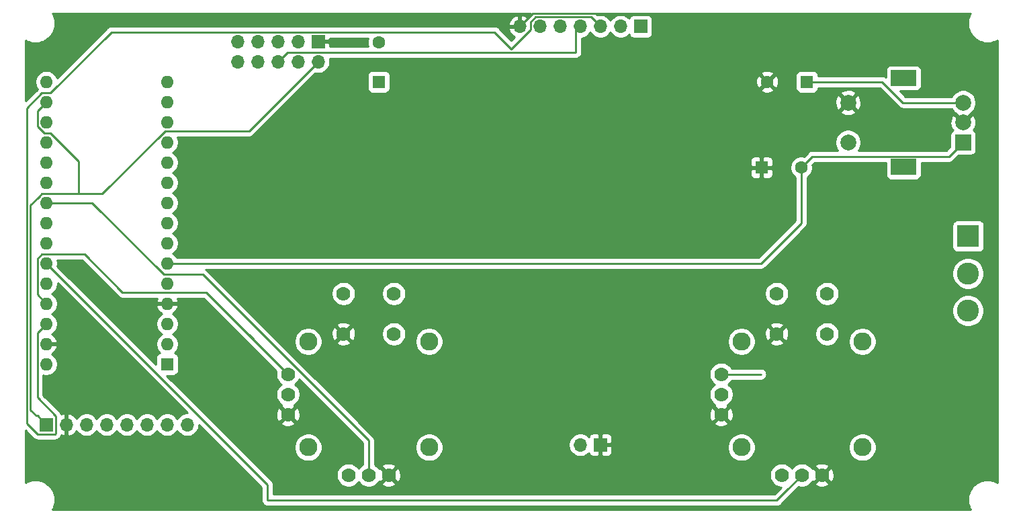
<source format=gbr>
%TF.GenerationSoftware,KiCad,Pcbnew,(5.1.7)-1*%
%TF.CreationDate,2021-01-15T10:10:13+10:00*%
%TF.ProjectId,Universal Controller Mk1,556e6976-6572-4736-916c-20436f6e7472,rev?*%
%TF.SameCoordinates,Original*%
%TF.FileFunction,Copper,L2,Bot*%
%TF.FilePolarity,Positive*%
%FSLAX46Y46*%
G04 Gerber Fmt 4.6, Leading zero omitted, Abs format (unit mm)*
G04 Created by KiCad (PCBNEW (5.1.7)-1) date 2021-01-15 10:10:13*
%MOMM*%
%LPD*%
G01*
G04 APERTURE LIST*
%TA.AperFunction,ComponentPad*%
%ADD10R,1.700000X1.700000*%
%TD*%
%TA.AperFunction,ComponentPad*%
%ADD11O,1.700000X1.700000*%
%TD*%
%TA.AperFunction,ComponentPad*%
%ADD12C,1.778000*%
%TD*%
%TA.AperFunction,ComponentPad*%
%ADD13C,2.286000*%
%TD*%
%TA.AperFunction,ComponentPad*%
%ADD14O,1.600000X1.600000*%
%TD*%
%TA.AperFunction,ComponentPad*%
%ADD15R,1.600000X1.600000*%
%TD*%
%TA.AperFunction,ComponentPad*%
%ADD16R,2.000000X2.000000*%
%TD*%
%TA.AperFunction,ComponentPad*%
%ADD17C,2.000000*%
%TD*%
%TA.AperFunction,ComponentPad*%
%ADD18R,3.200000X2.000000*%
%TD*%
%TA.AperFunction,ComponentPad*%
%ADD19C,1.600000*%
%TD*%
%TA.AperFunction,ComponentPad*%
%ADD20R,2.775000X2.775000*%
%TD*%
%TA.AperFunction,ComponentPad*%
%ADD21C,2.775000*%
%TD*%
%TA.AperFunction,Conductor*%
%ADD22C,0.250000*%
%TD*%
%TA.AperFunction,Conductor*%
%ADD23C,0.254000*%
%TD*%
%TA.AperFunction,Conductor*%
%ADD24C,0.100000*%
%TD*%
G04 APERTURE END LIST*
D10*
%TO.P,J3,1*%
%TO.N,D6*%
X151130000Y-50165000D03*
D11*
%TO.P,J3,2*%
%TO.N,D10*%
X148590000Y-50165000D03*
%TO.P,J3,3*%
%TO.N,RESET*%
X146050000Y-50165000D03*
%TO.P,J3,4*%
%TO.N,D11*%
X143510000Y-50165000D03*
%TO.P,J3,5*%
%TO.N,D13*%
X140970000Y-50165000D03*
%TO.P,J3,6*%
%TO.N,5V*%
X138430000Y-50165000D03*
%TO.P,J3,7*%
%TO.N,GND*%
X135890000Y-50165000D03*
%TD*%
D12*
%TO.P,U1,V3*%
%TO.N,GND*%
X161290000Y-99060000D03*
%TO.P,U1,V2*%
%TO.N,A7*%
X161290000Y-96520000D03*
%TO.P,U1,V1*%
%TO.N,5V*%
X161290000Y-93980000D03*
D13*
%TO.P,U1,S4*%
%TO.N,Net-(U1-PadS1)*%
X179070000Y-89852500D03*
%TO.P,U1,S3*%
X179070000Y-103187500D03*
%TO.P,U1,S2*%
X163830000Y-103187500D03*
%TO.P,U1,S1*%
X163830000Y-89852500D03*
D12*
%TO.P,U1,H3*%
%TO.N,GND*%
X173990000Y-106680000D03*
%TO.P,U1,H2*%
%TO.N,A6*%
X171450000Y-106680000D03*
%TO.P,U1,H1*%
%TO.N,5V*%
X168910000Y-106680000D03*
%TO.P,U1,B2B*%
%TO.N,N/C*%
X174625000Y-88900000D03*
%TO.P,U1,B2A*%
%TO.N,GND*%
X168275000Y-88900000D03*
%TO.P,U1,B1B*%
%TO.N,N/C*%
X174625000Y-83820000D03*
%TO.P,U1,B1A*%
%TO.N,D4*%
X168275000Y-83820000D03*
%TD*%
D14*
%TO.P,A1,16*%
%TO.N,D13*%
X76200000Y-57150000D03*
%TO.P,A1,15*%
%TO.N,D12*%
X91440000Y-57150000D03*
%TO.P,A1,30*%
%TO.N,VIN*%
X76200000Y-92710000D03*
%TO.P,A1,14*%
%TO.N,D11*%
X91440000Y-59690000D03*
%TO.P,A1,29*%
%TO.N,GND*%
X76200000Y-90170000D03*
%TO.P,A1,13*%
%TO.N,D10*%
X91440000Y-62230000D03*
%TO.P,A1,28*%
%TO.N,RESET*%
X76200000Y-87630000D03*
%TO.P,A1,12*%
%TO.N,D9*%
X91440000Y-64770000D03*
%TO.P,A1,27*%
%TO.N,5V*%
X76200000Y-85090000D03*
%TO.P,A1,11*%
%TO.N,D8*%
X91440000Y-67310000D03*
%TO.P,A1,26*%
%TO.N,A7*%
X76200000Y-82550000D03*
%TO.P,A1,10*%
%TO.N,D7*%
X91440000Y-69850000D03*
%TO.P,A1,25*%
%TO.N,A6*%
X76200000Y-80010000D03*
%TO.P,A1,9*%
%TO.N,D6*%
X91440000Y-72390000D03*
%TO.P,A1,24*%
%TO.N,A5*%
X76200000Y-77470000D03*
%TO.P,A1,8*%
%TO.N,D5*%
X91440000Y-74930000D03*
%TO.P,A1,23*%
%TO.N,A4*%
X76200000Y-74930000D03*
%TO.P,A1,7*%
%TO.N,D4*%
X91440000Y-77470000D03*
%TO.P,A1,22*%
%TO.N,A3*%
X76200000Y-72390000D03*
%TO.P,A1,6*%
%TO.N,D3*%
X91440000Y-80010000D03*
%TO.P,A1,21*%
%TO.N,A2*%
X76200000Y-69850000D03*
%TO.P,A1,5*%
%TO.N,D2*%
X91440000Y-82550000D03*
%TO.P,A1,20*%
%TO.N,Net-(A1-Pad20)*%
X76200000Y-67310000D03*
%TO.P,A1,4*%
%TO.N,GND*%
X91440000Y-85090000D03*
%TO.P,A1,19*%
%TO.N,Net-(A1-Pad19)*%
X76200000Y-64770000D03*
%TO.P,A1,3*%
%TO.N,Net-(A1-Pad3)*%
X91440000Y-87630000D03*
%TO.P,A1,18*%
%TO.N,Net-(A1-Pad18)*%
X76200000Y-62230000D03*
%TO.P,A1,2*%
%TO.N,Net-(A1-Pad2)*%
X91440000Y-90170000D03*
%TO.P,A1,17*%
%TO.N,3V3*%
X76200000Y-59690000D03*
D15*
%TO.P,A1,1*%
%TO.N,Net-(A1-Pad1)*%
X91440000Y-92710000D03*
%TD*%
D16*
%TO.P,SW1,A*%
%TO.N,D3*%
X191770000Y-64770000D03*
D17*
%TO.P,SW1,C*%
%TO.N,GND*%
X191770000Y-62270000D03*
%TO.P,SW1,B*%
%TO.N,D2*%
X191770000Y-59770000D03*
D18*
%TO.P,SW1,MP*%
%TO.N,N/C*%
X184270000Y-67870000D03*
X184270000Y-56670000D03*
D17*
%TO.P,SW1,S2*%
%TO.N,D9*%
X177270000Y-64770000D03*
%TO.P,SW1,S1*%
%TO.N,GND*%
X177270000Y-59770000D03*
%TD*%
D19*
%TO.P,C1,2*%
%TO.N,D3*%
X171370000Y-67945000D03*
D15*
%TO.P,C1,1*%
%TO.N,GND*%
X166370000Y-67945000D03*
%TD*%
D19*
%TO.P,C2,2*%
%TO.N,GND*%
X167085000Y-57150000D03*
D15*
%TO.P,C2,1*%
%TO.N,D2*%
X172085000Y-57150000D03*
%TD*%
D19*
%TO.P,C3,2*%
%TO.N,GND*%
X118110000Y-52150000D03*
D15*
%TO.P,C3,1*%
%TO.N,3V3*%
X118110000Y-57150000D03*
%TD*%
D11*
%TO.P,J1,8*%
%TO.N,Net-(J1-Pad8)*%
X93980000Y-100330000D03*
%TO.P,J1,7*%
%TO.N,Net-(J1-Pad7)*%
X91440000Y-100330000D03*
%TO.P,J1,6*%
%TO.N,Net-(J1-Pad6)*%
X88900000Y-100330000D03*
%TO.P,J1,5*%
%TO.N,Net-(J1-Pad5)*%
X86360000Y-100330000D03*
%TO.P,J1,4*%
%TO.N,A4*%
X83820000Y-100330000D03*
%TO.P,J1,3*%
%TO.N,A5*%
X81280000Y-100330000D03*
%TO.P,J1,2*%
%TO.N,GND*%
X78740000Y-100330000D03*
D10*
%TO.P,J1,1*%
%TO.N,3V3*%
X76200000Y-100330000D03*
%TD*%
D11*
%TO.P,J6,2*%
%TO.N,Net-(J6-Pad2)*%
X143510000Y-102870000D03*
D10*
%TO.P,J6,1*%
%TO.N,GND*%
X146050000Y-102870000D03*
%TD*%
D11*
%TO.P,J2,10*%
%TO.N,N/C*%
X100330000Y-54610000D03*
%TO.P,J2,9*%
%TO.N,Net-(J2-Pad9)*%
X100330000Y-52070000D03*
%TO.P,J2,8*%
%TO.N,Net-(J2-Pad8)*%
X102870000Y-54610000D03*
%TO.P,J2,7*%
%TO.N,D12*%
X102870000Y-52070000D03*
%TO.P,J2,6*%
%TO.N,D11*%
X105410000Y-54610000D03*
%TO.P,J2,5*%
%TO.N,D13*%
X105410000Y-52070000D03*
%TO.P,J2,4*%
%TO.N,D8*%
X107950000Y-54610000D03*
%TO.P,J2,3*%
%TO.N,D7*%
X107950000Y-52070000D03*
%TO.P,J2,2*%
%TO.N,3V3*%
X110490000Y-54610000D03*
D10*
%TO.P,J2,1*%
%TO.N,GND*%
X110490000Y-52070000D03*
%TD*%
D12*
%TO.P,U2,B1A*%
%TO.N,D5*%
X113665000Y-83820000D03*
%TO.P,U2,B1B*%
%TO.N,N/C*%
X120015000Y-83820000D03*
%TO.P,U2,B2A*%
%TO.N,GND*%
X113665000Y-88900000D03*
%TO.P,U2,B2B*%
%TO.N,N/C*%
X120015000Y-88900000D03*
%TO.P,U2,H1*%
%TO.N,5V*%
X114300000Y-106680000D03*
%TO.P,U2,H2*%
%TO.N,A3*%
X116840000Y-106680000D03*
%TO.P,U2,H3*%
%TO.N,GND*%
X119380000Y-106680000D03*
D13*
%TO.P,U2,S1*%
%TO.N,Net-(U2-PadS1)*%
X109220000Y-89852500D03*
%TO.P,U2,S2*%
X109220000Y-103187500D03*
%TO.P,U2,S3*%
X124460000Y-103187500D03*
%TO.P,U2,S4*%
X124460000Y-89852500D03*
D12*
%TO.P,U2,V1*%
%TO.N,5V*%
X106680000Y-93980000D03*
%TO.P,U2,V2*%
%TO.N,A2*%
X106680000Y-96520000D03*
%TO.P,U2,V3*%
%TO.N,GND*%
X106680000Y-99060000D03*
%TD*%
D20*
%TO.P,S1,1*%
%TO.N,Net-(S1-Pad1)*%
X192405000Y-76580000D03*
D21*
%TO.P,S1,2*%
%TO.N,VIN*%
X192405000Y-81280000D03*
%TO.P,S1,3*%
%TO.N,Net-(J6-Pad2)*%
X192405000Y-85980000D03*
%TD*%
D22*
%TO.N,GND*%
X158474990Y-48539990D02*
X167085000Y-57150000D01*
X137515010Y-48539990D02*
X158474990Y-48539990D01*
X135890000Y-50165000D02*
X137515010Y-48539990D01*
%TO.N,D2*%
X184184998Y-59770000D02*
X191770000Y-59770000D01*
X181564998Y-57150000D02*
X184184998Y-59770000D01*
X172085000Y-57150000D02*
X181564998Y-57150000D01*
%TO.N,D3*%
X91440000Y-80010000D02*
X166290000Y-80010000D01*
X171370000Y-74930000D02*
X166290000Y-80010000D01*
X171370000Y-67945000D02*
X171370000Y-74930000D01*
X172770001Y-66544999D02*
X189995001Y-66544999D01*
X189995001Y-66544999D02*
X191770000Y-64770000D01*
X171370000Y-67945000D02*
X172770001Y-66544999D01*
%TO.N,A3*%
X116840000Y-102343278D02*
X116840000Y-106680000D01*
X95921721Y-81424999D02*
X116840000Y-102343278D01*
X81991200Y-72390000D02*
X91026199Y-81424999D01*
X91026199Y-81424999D02*
X95921721Y-81424999D01*
X76200000Y-72390000D02*
X81991200Y-72390000D01*
%TO.N,A6*%
X104084001Y-107894001D02*
X76200000Y-80010000D01*
X171450000Y-106680000D02*
X170706722Y-106680000D01*
X171450000Y-106680000D02*
X169545000Y-108585000D01*
X104084001Y-107894001D02*
X104084001Y-108910001D01*
X104084001Y-108910001D02*
X104084001Y-109799001D01*
X104084001Y-109799001D02*
X104140000Y-109855000D01*
X104140000Y-109855000D02*
X168275000Y-109855000D01*
X168275000Y-109855000D02*
X169545000Y-108585000D01*
%TO.N,D11*%
X105410000Y-54610000D02*
X106585001Y-53434999D01*
X106585001Y-53434999D02*
X142969999Y-53434999D01*
X142969999Y-50705001D02*
X143510000Y-50165000D01*
X142969999Y-53434999D02*
X142969999Y-50705001D01*
%TO.N,3V3*%
X76200000Y-100330000D02*
X75074999Y-99204999D01*
X75074999Y-99204999D02*
X74973399Y-99204999D01*
X74973399Y-99204999D02*
X74218800Y-98450400D01*
X74218800Y-98450400D02*
X74218800Y-72706198D01*
X75074999Y-71849999D02*
X75342099Y-71582899D01*
X76740001Y-63644999D02*
X80256599Y-67161597D01*
X101744999Y-63355001D02*
X110490000Y-54610000D01*
X80256599Y-67161597D02*
X80256599Y-71264999D01*
X74218800Y-72706198D02*
X75342099Y-71582899D01*
X91189997Y-63355001D02*
X101744999Y-63355001D01*
X76200000Y-59690000D02*
X75074999Y-60815001D01*
X75074999Y-60815001D02*
X75074999Y-62770001D01*
X75074999Y-62770001D02*
X75949997Y-63644999D01*
X80256599Y-71264999D02*
X83279999Y-71264999D01*
X75342099Y-71582899D02*
X75659999Y-71264999D01*
X75949997Y-63644999D02*
X76740001Y-63644999D01*
X75659999Y-71264999D02*
X80256599Y-71264999D01*
X83279999Y-71264999D02*
X91189997Y-63355001D01*
%TO.N,5V*%
X101744999Y-89044999D02*
X106680000Y-93980000D01*
X75074999Y-83964999D02*
X75074999Y-79469999D01*
X76200000Y-85090000D02*
X75074999Y-83964999D01*
X96375001Y-83675001D02*
X106680000Y-93980000D01*
X85819999Y-83675001D02*
X96375001Y-83675001D01*
X81029997Y-78884999D02*
X85819999Y-83675001D01*
X166261722Y-93980000D02*
X161290000Y-93980000D01*
X75659999Y-78884999D02*
X81029997Y-78884999D01*
X75074999Y-79469999D02*
X75659999Y-78884999D01*
%TO.N,RESET*%
X75074999Y-88755001D02*
X76200000Y-87630000D01*
X75074999Y-96919997D02*
X75074999Y-88755001D01*
X77375001Y-99219999D02*
X75074999Y-96919997D01*
X77375001Y-101440001D02*
X77375001Y-99219999D01*
X75089999Y-101505001D02*
X77310001Y-101505001D01*
X73768790Y-100183792D02*
X75089999Y-101505001D01*
X73768790Y-60456208D02*
X73768790Y-100183792D01*
X75659999Y-58564999D02*
X73768790Y-60456208D01*
X84410001Y-50894999D02*
X76740001Y-58564999D01*
X132719023Y-50894999D02*
X84410001Y-50894999D01*
X76740001Y-58564999D02*
X75659999Y-58564999D01*
X134809013Y-52984989D02*
X132719023Y-50894999D01*
X137254999Y-50539003D02*
X134809013Y-52984989D01*
X77310001Y-101505001D02*
X77375001Y-101440001D01*
X137865999Y-48989999D02*
X137254999Y-49600999D01*
X144874999Y-48989999D02*
X137865999Y-48989999D01*
X137254999Y-49600999D02*
X137254999Y-50539003D01*
X146050000Y-50165000D02*
X144874999Y-48989999D01*
%TD*%
D23*
%TO.N,GND*%
X192613142Y-48657462D02*
X192589646Y-48691167D01*
X192562542Y-48753117D01*
X192534650Y-48814669D01*
X192525320Y-48854677D01*
X192431241Y-49144131D01*
X192415233Y-49182089D01*
X192401637Y-49248226D01*
X192387172Y-49314125D01*
X192386360Y-49355303D01*
X192354593Y-49657956D01*
X192346852Y-49698217D01*
X192347286Y-49765900D01*
X192346852Y-49833583D01*
X192354593Y-49873844D01*
X192386360Y-50176497D01*
X192387172Y-50217675D01*
X192401637Y-50283574D01*
X192415233Y-50349711D01*
X192431241Y-50387669D01*
X192525320Y-50677123D01*
X192534650Y-50717131D01*
X192562542Y-50778683D01*
X192589646Y-50840633D01*
X192613142Y-50874338D01*
X192765358Y-51137959D01*
X192782819Y-51175182D01*
X192822873Y-51229548D01*
X192862245Y-51284487D01*
X192892261Y-51312598D01*
X193095840Y-51538649D01*
X193120593Y-51571358D01*
X193171194Y-51616335D01*
X193221164Y-51661915D01*
X193256274Y-51683111D01*
X193502464Y-51862029D01*
X193533608Y-51888978D01*
X193592276Y-51922333D01*
X193650505Y-51956472D01*
X193689418Y-51969972D01*
X193967481Y-52093741D01*
X194003397Y-52113551D01*
X194067817Y-52134024D01*
X194132075Y-52155361D01*
X194172791Y-52160447D01*
X194470349Y-52223723D01*
X194509715Y-52235665D01*
X194576971Y-52242289D01*
X194644064Y-52249791D01*
X194685041Y-52246300D01*
X194989435Y-52246300D01*
X195030394Y-52249792D01*
X195097485Y-52242293D01*
X195164785Y-52235665D01*
X195204138Y-52223727D01*
X195501792Y-52160448D01*
X195542524Y-52155361D01*
X195606712Y-52134047D01*
X195671164Y-52113568D01*
X195707106Y-52093746D01*
X195985182Y-51969972D01*
X196024095Y-51956472D01*
X196082332Y-51922328D01*
X196102301Y-51910975D01*
X196102300Y-107620824D01*
X196082332Y-107609472D01*
X196024095Y-107575328D01*
X195985182Y-107561828D01*
X195707106Y-107438054D01*
X195671164Y-107418232D01*
X195606712Y-107397753D01*
X195542524Y-107376439D01*
X195501792Y-107371352D01*
X195204138Y-107308073D01*
X195164785Y-107296135D01*
X195097485Y-107289507D01*
X195030394Y-107282008D01*
X194989435Y-107285500D01*
X194685041Y-107285500D01*
X194644064Y-107282009D01*
X194576971Y-107289511D01*
X194509715Y-107296135D01*
X194470349Y-107308077D01*
X194172791Y-107371353D01*
X194132075Y-107376439D01*
X194067817Y-107397776D01*
X194003397Y-107418249D01*
X193967481Y-107438059D01*
X193689418Y-107561828D01*
X193650505Y-107575328D01*
X193592276Y-107609467D01*
X193533608Y-107642822D01*
X193502464Y-107669771D01*
X193256274Y-107848689D01*
X193221164Y-107869885D01*
X193171194Y-107915465D01*
X193120593Y-107960442D01*
X193095840Y-107993151D01*
X192892261Y-108219202D01*
X192862245Y-108247313D01*
X192822873Y-108302252D01*
X192782819Y-108356618D01*
X192765358Y-108393841D01*
X192613142Y-108657462D01*
X192589646Y-108691167D01*
X192562542Y-108753117D01*
X192534650Y-108814669D01*
X192525320Y-108854677D01*
X192431241Y-109144131D01*
X192415233Y-109182089D01*
X192401637Y-109248226D01*
X192387172Y-109314125D01*
X192386360Y-109355303D01*
X192354593Y-109657956D01*
X192346852Y-109698217D01*
X192347286Y-109765900D01*
X192346852Y-109833583D01*
X192354593Y-109873844D01*
X192386360Y-110176497D01*
X192387172Y-110217675D01*
X192401637Y-110283574D01*
X192415233Y-110349711D01*
X192431241Y-110387669D01*
X192525320Y-110677123D01*
X192534650Y-110717131D01*
X192562542Y-110778683D01*
X192589646Y-110840633D01*
X192613142Y-110874338D01*
X192697190Y-111019900D01*
X76977410Y-111019900D01*
X77061455Y-110874342D01*
X77084954Y-110840633D01*
X77112066Y-110778665D01*
X77139950Y-110717131D01*
X77149280Y-110677123D01*
X77243360Y-110387666D01*
X77259367Y-110349712D01*
X77272961Y-110283584D01*
X77287428Y-110217676D01*
X77288240Y-110176498D01*
X77320008Y-109873842D01*
X77327748Y-109833583D01*
X77327314Y-109765900D01*
X77327748Y-109698217D01*
X77320008Y-109657958D01*
X77288240Y-109355302D01*
X77287428Y-109314124D01*
X77272961Y-109248216D01*
X77259367Y-109182088D01*
X77243360Y-109144134D01*
X77149280Y-108854677D01*
X77139950Y-108814669D01*
X77112066Y-108753135D01*
X77084954Y-108691167D01*
X77061455Y-108657458D01*
X76909243Y-108393843D01*
X76891781Y-108356618D01*
X76851727Y-108302252D01*
X76812355Y-108247313D01*
X76782339Y-108219202D01*
X76578756Y-107993147D01*
X76554007Y-107960443D01*
X76503447Y-107915502D01*
X76453436Y-107869885D01*
X76418322Y-107848687D01*
X76172137Y-107669771D01*
X76140993Y-107642822D01*
X76082332Y-107609472D01*
X76024095Y-107575328D01*
X75985182Y-107561828D01*
X75707122Y-107438061D01*
X75671203Y-107418249D01*
X75606759Y-107397769D01*
X75542524Y-107376439D01*
X75501810Y-107371354D01*
X75204253Y-107308077D01*
X75164885Y-107296135D01*
X75097620Y-107289510D01*
X75030535Y-107282009D01*
X74989558Y-107285500D01*
X74685165Y-107285500D01*
X74644206Y-107282008D01*
X74577115Y-107289507D01*
X74509815Y-107296135D01*
X74470462Y-107308073D01*
X74172810Y-107371351D01*
X74132075Y-107376439D01*
X74067864Y-107397760D01*
X74003436Y-107418232D01*
X73967498Y-107438052D01*
X73689418Y-107561828D01*
X73650505Y-107575328D01*
X73592276Y-107609467D01*
X73572300Y-107620824D01*
X73572300Y-101062103D01*
X74526200Y-102016004D01*
X74549998Y-102045002D01*
X74665723Y-102139975D01*
X74797752Y-102210547D01*
X74941013Y-102254004D01*
X75052666Y-102265001D01*
X75052674Y-102265001D01*
X75089999Y-102268677D01*
X75127324Y-102265001D01*
X77272679Y-102265001D01*
X77310001Y-102268677D01*
X77347323Y-102265001D01*
X77347334Y-102265001D01*
X77458987Y-102254004D01*
X77602248Y-102210547D01*
X77734277Y-102139975D01*
X77850002Y-102045002D01*
X77873805Y-102015998D01*
X77885999Y-102003804D01*
X77915002Y-101980002D01*
X78009975Y-101864277D01*
X78080547Y-101732248D01*
X78101597Y-101662855D01*
X78235901Y-101726825D01*
X78383110Y-101771476D01*
X78613000Y-101650155D01*
X78613000Y-100457000D01*
X78593000Y-100457000D01*
X78593000Y-100203000D01*
X78613000Y-100203000D01*
X78613000Y-99009845D01*
X78383110Y-98888524D01*
X78235901Y-98933175D01*
X78101597Y-98997145D01*
X78080547Y-98927752D01*
X78072529Y-98912752D01*
X78009975Y-98795722D01*
X77938800Y-98708996D01*
X77915002Y-98679998D01*
X77886004Y-98656200D01*
X75834999Y-96605196D01*
X75834999Y-94100509D01*
X76058665Y-94145000D01*
X76341335Y-94145000D01*
X76618574Y-94089853D01*
X76879727Y-93981680D01*
X77114759Y-93824637D01*
X77314637Y-93624759D01*
X77471680Y-93389727D01*
X77579853Y-93128574D01*
X77635000Y-92851335D01*
X77635000Y-92568665D01*
X77579853Y-92291426D01*
X77471680Y-92030273D01*
X77314637Y-91795241D01*
X77114759Y-91595363D01*
X76879727Y-91438320D01*
X76869135Y-91433933D01*
X77055131Y-91322385D01*
X77263519Y-91133414D01*
X77431037Y-90907420D01*
X77551246Y-90653087D01*
X77591904Y-90519039D01*
X77469915Y-90297000D01*
X76327000Y-90297000D01*
X76327000Y-90317000D01*
X76073000Y-90317000D01*
X76073000Y-90297000D01*
X76053000Y-90297000D01*
X76053000Y-90043000D01*
X76073000Y-90043000D01*
X76073000Y-90023000D01*
X76327000Y-90023000D01*
X76327000Y-90043000D01*
X77469915Y-90043000D01*
X77591904Y-89820961D01*
X77551246Y-89686913D01*
X77431037Y-89432580D01*
X77263519Y-89206586D01*
X77055131Y-89017615D01*
X76869135Y-88906067D01*
X76879727Y-88901680D01*
X77114759Y-88744637D01*
X77314637Y-88544759D01*
X77471680Y-88309727D01*
X77579853Y-88048574D01*
X77635000Y-87771335D01*
X77635000Y-87488665D01*
X77579853Y-87211426D01*
X77471680Y-86950273D01*
X77314637Y-86715241D01*
X77114759Y-86515363D01*
X76882241Y-86360000D01*
X77114759Y-86204637D01*
X77314637Y-86004759D01*
X77471680Y-85769727D01*
X77579853Y-85508574D01*
X77635000Y-85231335D01*
X77635000Y-84948665D01*
X77579853Y-84671426D01*
X77471680Y-84410273D01*
X77314637Y-84175241D01*
X77114759Y-83975363D01*
X76882241Y-83820000D01*
X77114759Y-83664637D01*
X77314637Y-83464759D01*
X77471680Y-83229727D01*
X77579853Y-82968574D01*
X77635000Y-82691335D01*
X77635000Y-82519801D01*
X93960198Y-98845000D01*
X93833740Y-98845000D01*
X93546842Y-98902068D01*
X93276589Y-99014010D01*
X93033368Y-99176525D01*
X92826525Y-99383368D01*
X92710000Y-99557760D01*
X92593475Y-99383368D01*
X92386632Y-99176525D01*
X92143411Y-99014010D01*
X91873158Y-98902068D01*
X91586260Y-98845000D01*
X91293740Y-98845000D01*
X91006842Y-98902068D01*
X90736589Y-99014010D01*
X90493368Y-99176525D01*
X90286525Y-99383368D01*
X90170000Y-99557760D01*
X90053475Y-99383368D01*
X89846632Y-99176525D01*
X89603411Y-99014010D01*
X89333158Y-98902068D01*
X89046260Y-98845000D01*
X88753740Y-98845000D01*
X88466842Y-98902068D01*
X88196589Y-99014010D01*
X87953368Y-99176525D01*
X87746525Y-99383368D01*
X87630000Y-99557760D01*
X87513475Y-99383368D01*
X87306632Y-99176525D01*
X87063411Y-99014010D01*
X86793158Y-98902068D01*
X86506260Y-98845000D01*
X86213740Y-98845000D01*
X85926842Y-98902068D01*
X85656589Y-99014010D01*
X85413368Y-99176525D01*
X85206525Y-99383368D01*
X85090000Y-99557760D01*
X84973475Y-99383368D01*
X84766632Y-99176525D01*
X84523411Y-99014010D01*
X84253158Y-98902068D01*
X83966260Y-98845000D01*
X83673740Y-98845000D01*
X83386842Y-98902068D01*
X83116589Y-99014010D01*
X82873368Y-99176525D01*
X82666525Y-99383368D01*
X82550000Y-99557760D01*
X82433475Y-99383368D01*
X82226632Y-99176525D01*
X81983411Y-99014010D01*
X81713158Y-98902068D01*
X81426260Y-98845000D01*
X81133740Y-98845000D01*
X80846842Y-98902068D01*
X80576589Y-99014010D01*
X80333368Y-99176525D01*
X80126525Y-99383368D01*
X80004805Y-99565534D01*
X79935178Y-99448645D01*
X79740269Y-99232412D01*
X79506920Y-99058359D01*
X79244099Y-98933175D01*
X79096890Y-98888524D01*
X78867000Y-99009845D01*
X78867000Y-100203000D01*
X78887000Y-100203000D01*
X78887000Y-100457000D01*
X78867000Y-100457000D01*
X78867000Y-101650155D01*
X79096890Y-101771476D01*
X79244099Y-101726825D01*
X79506920Y-101601641D01*
X79740269Y-101427588D01*
X79935178Y-101211355D01*
X80004805Y-101094466D01*
X80126525Y-101276632D01*
X80333368Y-101483475D01*
X80576589Y-101645990D01*
X80846842Y-101757932D01*
X81133740Y-101815000D01*
X81426260Y-101815000D01*
X81713158Y-101757932D01*
X81983411Y-101645990D01*
X82226632Y-101483475D01*
X82433475Y-101276632D01*
X82550000Y-101102240D01*
X82666525Y-101276632D01*
X82873368Y-101483475D01*
X83116589Y-101645990D01*
X83386842Y-101757932D01*
X83673740Y-101815000D01*
X83966260Y-101815000D01*
X84253158Y-101757932D01*
X84523411Y-101645990D01*
X84766632Y-101483475D01*
X84973475Y-101276632D01*
X85090000Y-101102240D01*
X85206525Y-101276632D01*
X85413368Y-101483475D01*
X85656589Y-101645990D01*
X85926842Y-101757932D01*
X86213740Y-101815000D01*
X86506260Y-101815000D01*
X86793158Y-101757932D01*
X87063411Y-101645990D01*
X87306632Y-101483475D01*
X87513475Y-101276632D01*
X87630000Y-101102240D01*
X87746525Y-101276632D01*
X87953368Y-101483475D01*
X88196589Y-101645990D01*
X88466842Y-101757932D01*
X88753740Y-101815000D01*
X89046260Y-101815000D01*
X89333158Y-101757932D01*
X89603411Y-101645990D01*
X89846632Y-101483475D01*
X90053475Y-101276632D01*
X90170000Y-101102240D01*
X90286525Y-101276632D01*
X90493368Y-101483475D01*
X90736589Y-101645990D01*
X91006842Y-101757932D01*
X91293740Y-101815000D01*
X91586260Y-101815000D01*
X91873158Y-101757932D01*
X92143411Y-101645990D01*
X92386632Y-101483475D01*
X92593475Y-101276632D01*
X92710000Y-101102240D01*
X92826525Y-101276632D01*
X93033368Y-101483475D01*
X93276589Y-101645990D01*
X93546842Y-101757932D01*
X93833740Y-101815000D01*
X94126260Y-101815000D01*
X94413158Y-101757932D01*
X94683411Y-101645990D01*
X94926632Y-101483475D01*
X95133475Y-101276632D01*
X95295990Y-101033411D01*
X95407932Y-100763158D01*
X95465000Y-100476260D01*
X95465000Y-100349802D01*
X103324001Y-108208804D01*
X103324002Y-108872660D01*
X103324001Y-108872669D01*
X103324001Y-109761679D01*
X103320325Y-109799001D01*
X103324001Y-109836323D01*
X103324001Y-109836334D01*
X103334999Y-109947987D01*
X103348181Y-109991443D01*
X103378455Y-110091247D01*
X103449027Y-110223277D01*
X103517527Y-110306743D01*
X103544001Y-110339002D01*
X103572999Y-110362800D01*
X103576196Y-110365997D01*
X103599999Y-110395001D01*
X103715724Y-110489974D01*
X103847753Y-110560546D01*
X103991014Y-110604003D01*
X104102667Y-110615000D01*
X104140000Y-110618677D01*
X104177333Y-110615000D01*
X168237678Y-110615000D01*
X168275000Y-110618676D01*
X168312322Y-110615000D01*
X168312333Y-110615000D01*
X168423986Y-110604003D01*
X168567247Y-110560546D01*
X168699276Y-110489974D01*
X168815001Y-110395001D01*
X168838804Y-110365997D01*
X170108799Y-109096003D01*
X170108803Y-109095998D01*
X171050425Y-108154377D01*
X171299899Y-108204000D01*
X171600101Y-108204000D01*
X171894534Y-108145434D01*
X172171885Y-108030551D01*
X172421493Y-107863768D01*
X172549030Y-107736231D01*
X173113374Y-107736231D01*
X173195727Y-107989289D01*
X173466418Y-108119086D01*
X173757230Y-108193580D01*
X174056988Y-108209908D01*
X174354171Y-108167443D01*
X174637359Y-108067816D01*
X174784273Y-107989289D01*
X174866626Y-107736231D01*
X173990000Y-106859605D01*
X173113374Y-107736231D01*
X172549030Y-107736231D01*
X172633768Y-107651493D01*
X172739417Y-107493378D01*
X172933769Y-107556626D01*
X173810395Y-106680000D01*
X174169605Y-106680000D01*
X175046231Y-107556626D01*
X175299289Y-107474273D01*
X175429086Y-107203582D01*
X175503580Y-106912770D01*
X175519908Y-106613012D01*
X175477443Y-106315829D01*
X175377816Y-106032641D01*
X175299289Y-105885727D01*
X175046231Y-105803374D01*
X174169605Y-106680000D01*
X173810395Y-106680000D01*
X172933769Y-105803374D01*
X172739417Y-105866622D01*
X172633768Y-105708507D01*
X172549030Y-105623769D01*
X173113374Y-105623769D01*
X173990000Y-106500395D01*
X174866626Y-105623769D01*
X174784273Y-105370711D01*
X174513582Y-105240914D01*
X174222770Y-105166420D01*
X173923012Y-105150092D01*
X173625829Y-105192557D01*
X173342641Y-105292184D01*
X173195727Y-105370711D01*
X173113374Y-105623769D01*
X172549030Y-105623769D01*
X172421493Y-105496232D01*
X172171885Y-105329449D01*
X171894534Y-105214566D01*
X171600101Y-105156000D01*
X171299899Y-105156000D01*
X171005466Y-105214566D01*
X170728115Y-105329449D01*
X170478507Y-105496232D01*
X170266232Y-105708507D01*
X170180000Y-105837562D01*
X170093768Y-105708507D01*
X169881493Y-105496232D01*
X169631885Y-105329449D01*
X169354534Y-105214566D01*
X169060101Y-105156000D01*
X168759899Y-105156000D01*
X168465466Y-105214566D01*
X168188115Y-105329449D01*
X167938507Y-105496232D01*
X167726232Y-105708507D01*
X167559449Y-105958115D01*
X167444566Y-106235466D01*
X167386000Y-106529899D01*
X167386000Y-106830101D01*
X167444566Y-107124534D01*
X167559449Y-107401885D01*
X167726232Y-107651493D01*
X167938507Y-107863768D01*
X168188115Y-108030551D01*
X168465466Y-108145434D01*
X168759899Y-108204000D01*
X168851198Y-108204000D01*
X167960199Y-109095000D01*
X104844001Y-109095000D01*
X104844001Y-107931323D01*
X104847677Y-107894000D01*
X104844001Y-107856677D01*
X104844001Y-107856668D01*
X104833004Y-107745015D01*
X104789547Y-107601754D01*
X104718975Y-107469725D01*
X104694580Y-107440000D01*
X104647800Y-107382997D01*
X104647796Y-107382993D01*
X104624002Y-107354000D01*
X104595011Y-107330208D01*
X100277185Y-103012382D01*
X107442000Y-103012382D01*
X107442000Y-103362618D01*
X107510328Y-103706123D01*
X107644357Y-104029699D01*
X107838937Y-104320909D01*
X108086591Y-104568563D01*
X108377801Y-104763143D01*
X108701377Y-104897172D01*
X109044882Y-104965500D01*
X109395118Y-104965500D01*
X109738623Y-104897172D01*
X110062199Y-104763143D01*
X110353409Y-104568563D01*
X110601063Y-104320909D01*
X110795643Y-104029699D01*
X110929672Y-103706123D01*
X110998000Y-103362618D01*
X110998000Y-103012382D01*
X110929672Y-102668877D01*
X110795643Y-102345301D01*
X110601063Y-102054091D01*
X110353409Y-101806437D01*
X110062199Y-101611857D01*
X109738623Y-101477828D01*
X109395118Y-101409500D01*
X109044882Y-101409500D01*
X108701377Y-101477828D01*
X108377801Y-101611857D01*
X108086591Y-101806437D01*
X107838937Y-102054091D01*
X107644357Y-102345301D01*
X107510328Y-102668877D01*
X107442000Y-103012382D01*
X100277185Y-103012382D01*
X97381034Y-100116231D01*
X105803374Y-100116231D01*
X105885727Y-100369289D01*
X106156418Y-100499086D01*
X106447230Y-100573580D01*
X106746988Y-100589908D01*
X107044171Y-100547443D01*
X107327359Y-100447816D01*
X107474273Y-100369289D01*
X107556626Y-100116231D01*
X106680000Y-99239605D01*
X105803374Y-100116231D01*
X97381034Y-100116231D01*
X96391791Y-99126988D01*
X105150092Y-99126988D01*
X105192557Y-99424171D01*
X105292184Y-99707359D01*
X105370711Y-99854273D01*
X105623769Y-99936626D01*
X106500395Y-99060000D01*
X106859605Y-99060000D01*
X107736231Y-99936626D01*
X107989289Y-99854273D01*
X108119086Y-99583582D01*
X108193580Y-99292770D01*
X108209908Y-98993012D01*
X108167443Y-98695829D01*
X108067816Y-98412641D01*
X107989289Y-98265727D01*
X107736231Y-98183374D01*
X106859605Y-99060000D01*
X106500395Y-99060000D01*
X105623769Y-98183374D01*
X105370711Y-98265727D01*
X105240914Y-98536418D01*
X105166420Y-98827230D01*
X105150092Y-99126988D01*
X96391791Y-99126988D01*
X91412874Y-94148072D01*
X92240000Y-94148072D01*
X92364482Y-94135812D01*
X92484180Y-94099502D01*
X92594494Y-94040537D01*
X92691185Y-93961185D01*
X92770537Y-93864494D01*
X92829502Y-93754180D01*
X92865812Y-93634482D01*
X92878072Y-93510000D01*
X92878072Y-91910000D01*
X92865812Y-91785518D01*
X92829502Y-91665820D01*
X92770537Y-91555506D01*
X92691185Y-91458815D01*
X92594494Y-91379463D01*
X92484180Y-91320498D01*
X92364482Y-91284188D01*
X92356039Y-91283357D01*
X92554637Y-91084759D01*
X92711680Y-90849727D01*
X92819853Y-90588574D01*
X92875000Y-90311335D01*
X92875000Y-90028665D01*
X92819853Y-89751426D01*
X92711680Y-89490273D01*
X92554637Y-89255241D01*
X92354759Y-89055363D01*
X92122241Y-88900000D01*
X92354759Y-88744637D01*
X92554637Y-88544759D01*
X92711680Y-88309727D01*
X92819853Y-88048574D01*
X92875000Y-87771335D01*
X92875000Y-87488665D01*
X92819853Y-87211426D01*
X92711680Y-86950273D01*
X92554637Y-86715241D01*
X92354759Y-86515363D01*
X92119727Y-86358320D01*
X92109135Y-86353933D01*
X92295131Y-86242385D01*
X92503519Y-86053414D01*
X92671037Y-85827420D01*
X92791246Y-85573087D01*
X92831904Y-85439039D01*
X92709915Y-85217000D01*
X91567000Y-85217000D01*
X91567000Y-85237000D01*
X91313000Y-85237000D01*
X91313000Y-85217000D01*
X90170085Y-85217000D01*
X90048096Y-85439039D01*
X90088754Y-85573087D01*
X90208963Y-85827420D01*
X90376481Y-86053414D01*
X90584869Y-86242385D01*
X90770865Y-86353933D01*
X90760273Y-86358320D01*
X90525241Y-86515363D01*
X90325363Y-86715241D01*
X90168320Y-86950273D01*
X90060147Y-87211426D01*
X90005000Y-87488665D01*
X90005000Y-87771335D01*
X90060147Y-88048574D01*
X90168320Y-88309727D01*
X90325363Y-88544759D01*
X90525241Y-88744637D01*
X90757759Y-88900000D01*
X90525241Y-89055363D01*
X90325363Y-89255241D01*
X90168320Y-89490273D01*
X90060147Y-89751426D01*
X90005000Y-90028665D01*
X90005000Y-90311335D01*
X90060147Y-90588574D01*
X90168320Y-90849727D01*
X90325363Y-91084759D01*
X90523961Y-91283357D01*
X90515518Y-91284188D01*
X90395820Y-91320498D01*
X90285506Y-91379463D01*
X90188815Y-91458815D01*
X90109463Y-91555506D01*
X90050498Y-91665820D01*
X90014188Y-91785518D01*
X90001928Y-91910000D01*
X90001928Y-92737126D01*
X77598688Y-80333887D01*
X77635000Y-80151335D01*
X77635000Y-79868665D01*
X77590509Y-79644999D01*
X80715196Y-79644999D01*
X85256199Y-84186003D01*
X85279998Y-84215002D01*
X85395723Y-84309975D01*
X85527752Y-84380547D01*
X85671013Y-84424004D01*
X85782666Y-84435001D01*
X85782674Y-84435001D01*
X85819999Y-84438677D01*
X85857324Y-84435001D01*
X90170007Y-84435001D01*
X90088754Y-84606913D01*
X90048096Y-84740961D01*
X90170085Y-84963000D01*
X91313000Y-84963000D01*
X91313000Y-84943000D01*
X91567000Y-84943000D01*
X91567000Y-84963000D01*
X92709915Y-84963000D01*
X92831904Y-84740961D01*
X92791246Y-84606913D01*
X92709993Y-84435001D01*
X96060200Y-84435001D01*
X105205623Y-93580425D01*
X105156000Y-93829899D01*
X105156000Y-94130101D01*
X105214566Y-94424534D01*
X105329449Y-94701885D01*
X105496232Y-94951493D01*
X105708507Y-95163768D01*
X105837562Y-95250000D01*
X105708507Y-95336232D01*
X105496232Y-95548507D01*
X105329449Y-95798115D01*
X105214566Y-96075466D01*
X105156000Y-96369899D01*
X105156000Y-96670101D01*
X105214566Y-96964534D01*
X105329449Y-97241885D01*
X105496232Y-97491493D01*
X105708507Y-97703768D01*
X105866622Y-97809417D01*
X105803374Y-98003769D01*
X106680000Y-98880395D01*
X107556626Y-98003769D01*
X107493378Y-97809417D01*
X107651493Y-97703768D01*
X107863768Y-97491493D01*
X108030551Y-97241885D01*
X108145434Y-96964534D01*
X108204000Y-96670101D01*
X108204000Y-96369899D01*
X108145434Y-96075466D01*
X108030551Y-95798115D01*
X107863768Y-95548507D01*
X107651493Y-95336232D01*
X107522438Y-95250000D01*
X107651493Y-95163768D01*
X107863768Y-94951493D01*
X108030551Y-94701885D01*
X108057865Y-94635944D01*
X116080000Y-102658080D01*
X116080001Y-105354916D01*
X115868507Y-105496232D01*
X115656232Y-105708507D01*
X115570000Y-105837562D01*
X115483768Y-105708507D01*
X115271493Y-105496232D01*
X115021885Y-105329449D01*
X114744534Y-105214566D01*
X114450101Y-105156000D01*
X114149899Y-105156000D01*
X113855466Y-105214566D01*
X113578115Y-105329449D01*
X113328507Y-105496232D01*
X113116232Y-105708507D01*
X112949449Y-105958115D01*
X112834566Y-106235466D01*
X112776000Y-106529899D01*
X112776000Y-106830101D01*
X112834566Y-107124534D01*
X112949449Y-107401885D01*
X113116232Y-107651493D01*
X113328507Y-107863768D01*
X113578115Y-108030551D01*
X113855466Y-108145434D01*
X114149899Y-108204000D01*
X114450101Y-108204000D01*
X114744534Y-108145434D01*
X115021885Y-108030551D01*
X115271493Y-107863768D01*
X115483768Y-107651493D01*
X115570000Y-107522438D01*
X115656232Y-107651493D01*
X115868507Y-107863768D01*
X116118115Y-108030551D01*
X116395466Y-108145434D01*
X116689899Y-108204000D01*
X116990101Y-108204000D01*
X117284534Y-108145434D01*
X117561885Y-108030551D01*
X117811493Y-107863768D01*
X117939030Y-107736231D01*
X118503374Y-107736231D01*
X118585727Y-107989289D01*
X118856418Y-108119086D01*
X119147230Y-108193580D01*
X119446988Y-108209908D01*
X119744171Y-108167443D01*
X120027359Y-108067816D01*
X120174273Y-107989289D01*
X120256626Y-107736231D01*
X119380000Y-106859605D01*
X118503374Y-107736231D01*
X117939030Y-107736231D01*
X118023768Y-107651493D01*
X118129417Y-107493378D01*
X118323769Y-107556626D01*
X119200395Y-106680000D01*
X119559605Y-106680000D01*
X120436231Y-107556626D01*
X120689289Y-107474273D01*
X120819086Y-107203582D01*
X120893580Y-106912770D01*
X120909908Y-106613012D01*
X120867443Y-106315829D01*
X120767816Y-106032641D01*
X120689289Y-105885727D01*
X120436231Y-105803374D01*
X119559605Y-106680000D01*
X119200395Y-106680000D01*
X118323769Y-105803374D01*
X118129417Y-105866622D01*
X118023768Y-105708507D01*
X117939030Y-105623769D01*
X118503374Y-105623769D01*
X119380000Y-106500395D01*
X120256626Y-105623769D01*
X120174273Y-105370711D01*
X119903582Y-105240914D01*
X119612770Y-105166420D01*
X119313012Y-105150092D01*
X119015829Y-105192557D01*
X118732641Y-105292184D01*
X118585727Y-105370711D01*
X118503374Y-105623769D01*
X117939030Y-105623769D01*
X117811493Y-105496232D01*
X117600000Y-105354917D01*
X117600000Y-103012382D01*
X122682000Y-103012382D01*
X122682000Y-103362618D01*
X122750328Y-103706123D01*
X122884357Y-104029699D01*
X123078937Y-104320909D01*
X123326591Y-104568563D01*
X123617801Y-104763143D01*
X123941377Y-104897172D01*
X124284882Y-104965500D01*
X124635118Y-104965500D01*
X124978623Y-104897172D01*
X125302199Y-104763143D01*
X125593409Y-104568563D01*
X125841063Y-104320909D01*
X126035643Y-104029699D01*
X126169672Y-103706123D01*
X126238000Y-103362618D01*
X126238000Y-103012382D01*
X126180586Y-102723740D01*
X142025000Y-102723740D01*
X142025000Y-103016260D01*
X142082068Y-103303158D01*
X142194010Y-103573411D01*
X142356525Y-103816632D01*
X142563368Y-104023475D01*
X142806589Y-104185990D01*
X143076842Y-104297932D01*
X143363740Y-104355000D01*
X143656260Y-104355000D01*
X143943158Y-104297932D01*
X144213411Y-104185990D01*
X144456632Y-104023475D01*
X144588487Y-103891620D01*
X144610498Y-103964180D01*
X144669463Y-104074494D01*
X144748815Y-104171185D01*
X144845506Y-104250537D01*
X144955820Y-104309502D01*
X145075518Y-104345812D01*
X145200000Y-104358072D01*
X145764250Y-104355000D01*
X145923000Y-104196250D01*
X145923000Y-102997000D01*
X146177000Y-102997000D01*
X146177000Y-104196250D01*
X146335750Y-104355000D01*
X146900000Y-104358072D01*
X147024482Y-104345812D01*
X147144180Y-104309502D01*
X147254494Y-104250537D01*
X147351185Y-104171185D01*
X147430537Y-104074494D01*
X147489502Y-103964180D01*
X147525812Y-103844482D01*
X147538072Y-103720000D01*
X147535000Y-103155750D01*
X147391632Y-103012382D01*
X162052000Y-103012382D01*
X162052000Y-103362618D01*
X162120328Y-103706123D01*
X162254357Y-104029699D01*
X162448937Y-104320909D01*
X162696591Y-104568563D01*
X162987801Y-104763143D01*
X163311377Y-104897172D01*
X163654882Y-104965500D01*
X164005118Y-104965500D01*
X164348623Y-104897172D01*
X164672199Y-104763143D01*
X164963409Y-104568563D01*
X165211063Y-104320909D01*
X165405643Y-104029699D01*
X165539672Y-103706123D01*
X165608000Y-103362618D01*
X165608000Y-103012382D01*
X177292000Y-103012382D01*
X177292000Y-103362618D01*
X177360328Y-103706123D01*
X177494357Y-104029699D01*
X177688937Y-104320909D01*
X177936591Y-104568563D01*
X178227801Y-104763143D01*
X178551377Y-104897172D01*
X178894882Y-104965500D01*
X179245118Y-104965500D01*
X179588623Y-104897172D01*
X179912199Y-104763143D01*
X180203409Y-104568563D01*
X180451063Y-104320909D01*
X180645643Y-104029699D01*
X180779672Y-103706123D01*
X180848000Y-103362618D01*
X180848000Y-103012382D01*
X180779672Y-102668877D01*
X180645643Y-102345301D01*
X180451063Y-102054091D01*
X180203409Y-101806437D01*
X179912199Y-101611857D01*
X179588623Y-101477828D01*
X179245118Y-101409500D01*
X178894882Y-101409500D01*
X178551377Y-101477828D01*
X178227801Y-101611857D01*
X177936591Y-101806437D01*
X177688937Y-102054091D01*
X177494357Y-102345301D01*
X177360328Y-102668877D01*
X177292000Y-103012382D01*
X165608000Y-103012382D01*
X165539672Y-102668877D01*
X165405643Y-102345301D01*
X165211063Y-102054091D01*
X164963409Y-101806437D01*
X164672199Y-101611857D01*
X164348623Y-101477828D01*
X164005118Y-101409500D01*
X163654882Y-101409500D01*
X163311377Y-101477828D01*
X162987801Y-101611857D01*
X162696591Y-101806437D01*
X162448937Y-102054091D01*
X162254357Y-102345301D01*
X162120328Y-102668877D01*
X162052000Y-103012382D01*
X147391632Y-103012382D01*
X147376250Y-102997000D01*
X146177000Y-102997000D01*
X145923000Y-102997000D01*
X145903000Y-102997000D01*
X145903000Y-102743000D01*
X145923000Y-102743000D01*
X145923000Y-101543750D01*
X146177000Y-101543750D01*
X146177000Y-102743000D01*
X147376250Y-102743000D01*
X147535000Y-102584250D01*
X147538072Y-102020000D01*
X147525812Y-101895518D01*
X147489502Y-101775820D01*
X147430537Y-101665506D01*
X147351185Y-101568815D01*
X147254494Y-101489463D01*
X147144180Y-101430498D01*
X147024482Y-101394188D01*
X146900000Y-101381928D01*
X146335750Y-101385000D01*
X146177000Y-101543750D01*
X145923000Y-101543750D01*
X145764250Y-101385000D01*
X145200000Y-101381928D01*
X145075518Y-101394188D01*
X144955820Y-101430498D01*
X144845506Y-101489463D01*
X144748815Y-101568815D01*
X144669463Y-101665506D01*
X144610498Y-101775820D01*
X144588487Y-101848380D01*
X144456632Y-101716525D01*
X144213411Y-101554010D01*
X143943158Y-101442068D01*
X143656260Y-101385000D01*
X143363740Y-101385000D01*
X143076842Y-101442068D01*
X142806589Y-101554010D01*
X142563368Y-101716525D01*
X142356525Y-101923368D01*
X142194010Y-102166589D01*
X142082068Y-102436842D01*
X142025000Y-102723740D01*
X126180586Y-102723740D01*
X126169672Y-102668877D01*
X126035643Y-102345301D01*
X125841063Y-102054091D01*
X125593409Y-101806437D01*
X125302199Y-101611857D01*
X124978623Y-101477828D01*
X124635118Y-101409500D01*
X124284882Y-101409500D01*
X123941377Y-101477828D01*
X123617801Y-101611857D01*
X123326591Y-101806437D01*
X123078937Y-102054091D01*
X122884357Y-102345301D01*
X122750328Y-102668877D01*
X122682000Y-103012382D01*
X117600000Y-103012382D01*
X117600000Y-102380601D01*
X117603676Y-102343278D01*
X117600000Y-102305955D01*
X117600000Y-102305945D01*
X117589003Y-102194292D01*
X117545546Y-102051031D01*
X117474974Y-101919002D01*
X117380001Y-101803277D01*
X117351004Y-101779480D01*
X115687755Y-100116231D01*
X160413374Y-100116231D01*
X160495727Y-100369289D01*
X160766418Y-100499086D01*
X161057230Y-100573580D01*
X161356988Y-100589908D01*
X161654171Y-100547443D01*
X161937359Y-100447816D01*
X162084273Y-100369289D01*
X162166626Y-100116231D01*
X161290000Y-99239605D01*
X160413374Y-100116231D01*
X115687755Y-100116231D01*
X114698512Y-99126988D01*
X159760092Y-99126988D01*
X159802557Y-99424171D01*
X159902184Y-99707359D01*
X159980711Y-99854273D01*
X160233769Y-99936626D01*
X161110395Y-99060000D01*
X161469605Y-99060000D01*
X162346231Y-99936626D01*
X162599289Y-99854273D01*
X162729086Y-99583582D01*
X162803580Y-99292770D01*
X162819908Y-98993012D01*
X162777443Y-98695829D01*
X162677816Y-98412641D01*
X162599289Y-98265727D01*
X162346231Y-98183374D01*
X161469605Y-99060000D01*
X161110395Y-99060000D01*
X160233769Y-98183374D01*
X159980711Y-98265727D01*
X159850914Y-98536418D01*
X159776420Y-98827230D01*
X159760092Y-99126988D01*
X114698512Y-99126988D01*
X109401423Y-93829899D01*
X159766000Y-93829899D01*
X159766000Y-94130101D01*
X159824566Y-94424534D01*
X159939449Y-94701885D01*
X160106232Y-94951493D01*
X160318507Y-95163768D01*
X160447562Y-95250000D01*
X160318507Y-95336232D01*
X160106232Y-95548507D01*
X159939449Y-95798115D01*
X159824566Y-96075466D01*
X159766000Y-96369899D01*
X159766000Y-96670101D01*
X159824566Y-96964534D01*
X159939449Y-97241885D01*
X160106232Y-97491493D01*
X160318507Y-97703768D01*
X160476622Y-97809417D01*
X160413374Y-98003769D01*
X161290000Y-98880395D01*
X162166626Y-98003769D01*
X162103378Y-97809417D01*
X162261493Y-97703768D01*
X162473768Y-97491493D01*
X162640551Y-97241885D01*
X162755434Y-96964534D01*
X162814000Y-96670101D01*
X162814000Y-96369899D01*
X162755434Y-96075466D01*
X162640551Y-95798115D01*
X162473768Y-95548507D01*
X162261493Y-95336232D01*
X162132438Y-95250000D01*
X162261493Y-95163768D01*
X162473768Y-94951493D01*
X162615083Y-94740000D01*
X166299055Y-94740000D01*
X166410708Y-94729003D01*
X166553969Y-94685546D01*
X166685998Y-94614974D01*
X166801723Y-94520001D01*
X166896696Y-94404276D01*
X166967268Y-94272247D01*
X167010725Y-94128986D01*
X167025399Y-93980000D01*
X167010725Y-93831014D01*
X166967268Y-93687753D01*
X166896696Y-93555724D01*
X166801723Y-93439999D01*
X166685998Y-93345026D01*
X166553969Y-93274454D01*
X166410708Y-93230997D01*
X166299055Y-93220000D01*
X162615083Y-93220000D01*
X162473768Y-93008507D01*
X162261493Y-92796232D01*
X162011885Y-92629449D01*
X161734534Y-92514566D01*
X161440101Y-92456000D01*
X161139899Y-92456000D01*
X160845466Y-92514566D01*
X160568115Y-92629449D01*
X160318507Y-92796232D01*
X160106232Y-93008507D01*
X159939449Y-93258115D01*
X159824566Y-93535466D01*
X159766000Y-93829899D01*
X109401423Y-93829899D01*
X105248906Y-89677382D01*
X107442000Y-89677382D01*
X107442000Y-90027618D01*
X107510328Y-90371123D01*
X107644357Y-90694699D01*
X107838937Y-90985909D01*
X108086591Y-91233563D01*
X108377801Y-91428143D01*
X108701377Y-91562172D01*
X109044882Y-91630500D01*
X109395118Y-91630500D01*
X109738623Y-91562172D01*
X110062199Y-91428143D01*
X110353409Y-91233563D01*
X110601063Y-90985909D01*
X110795643Y-90694699D01*
X110929672Y-90371123D01*
X110998000Y-90027618D01*
X110998000Y-89956231D01*
X112788374Y-89956231D01*
X112870727Y-90209289D01*
X113141418Y-90339086D01*
X113432230Y-90413580D01*
X113731988Y-90429908D01*
X114029171Y-90387443D01*
X114312359Y-90287816D01*
X114459273Y-90209289D01*
X114541626Y-89956231D01*
X113665000Y-89079605D01*
X112788374Y-89956231D01*
X110998000Y-89956231D01*
X110998000Y-89677382D01*
X110929672Y-89333877D01*
X110795643Y-89010301D01*
X110766703Y-88966988D01*
X112135092Y-88966988D01*
X112177557Y-89264171D01*
X112277184Y-89547359D01*
X112355711Y-89694273D01*
X112608769Y-89776626D01*
X113485395Y-88900000D01*
X113844605Y-88900000D01*
X114721231Y-89776626D01*
X114974289Y-89694273D01*
X115104086Y-89423582D01*
X115178580Y-89132770D01*
X115194908Y-88833012D01*
X115183032Y-88749899D01*
X118491000Y-88749899D01*
X118491000Y-89050101D01*
X118549566Y-89344534D01*
X118664449Y-89621885D01*
X118831232Y-89871493D01*
X119043507Y-90083768D01*
X119293115Y-90250551D01*
X119570466Y-90365434D01*
X119864899Y-90424000D01*
X120165101Y-90424000D01*
X120459534Y-90365434D01*
X120736885Y-90250551D01*
X120986493Y-90083768D01*
X121198768Y-89871493D01*
X121328469Y-89677382D01*
X122682000Y-89677382D01*
X122682000Y-90027618D01*
X122750328Y-90371123D01*
X122884357Y-90694699D01*
X123078937Y-90985909D01*
X123326591Y-91233563D01*
X123617801Y-91428143D01*
X123941377Y-91562172D01*
X124284882Y-91630500D01*
X124635118Y-91630500D01*
X124978623Y-91562172D01*
X125302199Y-91428143D01*
X125593409Y-91233563D01*
X125841063Y-90985909D01*
X126035643Y-90694699D01*
X126169672Y-90371123D01*
X126238000Y-90027618D01*
X126238000Y-89677382D01*
X162052000Y-89677382D01*
X162052000Y-90027618D01*
X162120328Y-90371123D01*
X162254357Y-90694699D01*
X162448937Y-90985909D01*
X162696591Y-91233563D01*
X162987801Y-91428143D01*
X163311377Y-91562172D01*
X163654882Y-91630500D01*
X164005118Y-91630500D01*
X164348623Y-91562172D01*
X164672199Y-91428143D01*
X164963409Y-91233563D01*
X165211063Y-90985909D01*
X165405643Y-90694699D01*
X165539672Y-90371123D01*
X165608000Y-90027618D01*
X165608000Y-89956231D01*
X167398374Y-89956231D01*
X167480727Y-90209289D01*
X167751418Y-90339086D01*
X168042230Y-90413580D01*
X168341988Y-90429908D01*
X168639171Y-90387443D01*
X168922359Y-90287816D01*
X169069273Y-90209289D01*
X169151626Y-89956231D01*
X168275000Y-89079605D01*
X167398374Y-89956231D01*
X165608000Y-89956231D01*
X165608000Y-89677382D01*
X165539672Y-89333877D01*
X165405643Y-89010301D01*
X165376703Y-88966988D01*
X166745092Y-88966988D01*
X166787557Y-89264171D01*
X166887184Y-89547359D01*
X166965711Y-89694273D01*
X167218769Y-89776626D01*
X168095395Y-88900000D01*
X168454605Y-88900000D01*
X169331231Y-89776626D01*
X169584289Y-89694273D01*
X169714086Y-89423582D01*
X169788580Y-89132770D01*
X169804908Y-88833012D01*
X169793032Y-88749899D01*
X173101000Y-88749899D01*
X173101000Y-89050101D01*
X173159566Y-89344534D01*
X173274449Y-89621885D01*
X173441232Y-89871493D01*
X173653507Y-90083768D01*
X173903115Y-90250551D01*
X174180466Y-90365434D01*
X174474899Y-90424000D01*
X174775101Y-90424000D01*
X175069534Y-90365434D01*
X175346885Y-90250551D01*
X175596493Y-90083768D01*
X175808768Y-89871493D01*
X175938469Y-89677382D01*
X177292000Y-89677382D01*
X177292000Y-90027618D01*
X177360328Y-90371123D01*
X177494357Y-90694699D01*
X177688937Y-90985909D01*
X177936591Y-91233563D01*
X178227801Y-91428143D01*
X178551377Y-91562172D01*
X178894882Y-91630500D01*
X179245118Y-91630500D01*
X179588623Y-91562172D01*
X179912199Y-91428143D01*
X180203409Y-91233563D01*
X180451063Y-90985909D01*
X180645643Y-90694699D01*
X180779672Y-90371123D01*
X180848000Y-90027618D01*
X180848000Y-89677382D01*
X180779672Y-89333877D01*
X180645643Y-89010301D01*
X180451063Y-88719091D01*
X180203409Y-88471437D01*
X179912199Y-88276857D01*
X179588623Y-88142828D01*
X179245118Y-88074500D01*
X178894882Y-88074500D01*
X178551377Y-88142828D01*
X178227801Y-88276857D01*
X177936591Y-88471437D01*
X177688937Y-88719091D01*
X177494357Y-89010301D01*
X177360328Y-89333877D01*
X177292000Y-89677382D01*
X175938469Y-89677382D01*
X175975551Y-89621885D01*
X176090434Y-89344534D01*
X176149000Y-89050101D01*
X176149000Y-88749899D01*
X176090434Y-88455466D01*
X175975551Y-88178115D01*
X175808768Y-87928507D01*
X175596493Y-87716232D01*
X175346885Y-87549449D01*
X175069534Y-87434566D01*
X174775101Y-87376000D01*
X174474899Y-87376000D01*
X174180466Y-87434566D01*
X173903115Y-87549449D01*
X173653507Y-87716232D01*
X173441232Y-87928507D01*
X173274449Y-88178115D01*
X173159566Y-88455466D01*
X173101000Y-88749899D01*
X169793032Y-88749899D01*
X169762443Y-88535829D01*
X169662816Y-88252641D01*
X169584289Y-88105727D01*
X169331231Y-88023374D01*
X168454605Y-88900000D01*
X168095395Y-88900000D01*
X167218769Y-88023374D01*
X166965711Y-88105727D01*
X166835914Y-88376418D01*
X166761420Y-88667230D01*
X166745092Y-88966988D01*
X165376703Y-88966988D01*
X165211063Y-88719091D01*
X164963409Y-88471437D01*
X164672199Y-88276857D01*
X164348623Y-88142828D01*
X164005118Y-88074500D01*
X163654882Y-88074500D01*
X163311377Y-88142828D01*
X162987801Y-88276857D01*
X162696591Y-88471437D01*
X162448937Y-88719091D01*
X162254357Y-89010301D01*
X162120328Y-89333877D01*
X162052000Y-89677382D01*
X126238000Y-89677382D01*
X126169672Y-89333877D01*
X126035643Y-89010301D01*
X125841063Y-88719091D01*
X125593409Y-88471437D01*
X125302199Y-88276857D01*
X124978623Y-88142828D01*
X124635118Y-88074500D01*
X124284882Y-88074500D01*
X123941377Y-88142828D01*
X123617801Y-88276857D01*
X123326591Y-88471437D01*
X123078937Y-88719091D01*
X122884357Y-89010301D01*
X122750328Y-89333877D01*
X122682000Y-89677382D01*
X121328469Y-89677382D01*
X121365551Y-89621885D01*
X121480434Y-89344534D01*
X121539000Y-89050101D01*
X121539000Y-88749899D01*
X121480434Y-88455466D01*
X121365551Y-88178115D01*
X121198768Y-87928507D01*
X121114030Y-87843769D01*
X167398374Y-87843769D01*
X168275000Y-88720395D01*
X169151626Y-87843769D01*
X169069273Y-87590711D01*
X168798582Y-87460914D01*
X168507770Y-87386420D01*
X168208012Y-87370092D01*
X167910829Y-87412557D01*
X167627641Y-87512184D01*
X167480727Y-87590711D01*
X167398374Y-87843769D01*
X121114030Y-87843769D01*
X120986493Y-87716232D01*
X120736885Y-87549449D01*
X120459534Y-87434566D01*
X120165101Y-87376000D01*
X119864899Y-87376000D01*
X119570466Y-87434566D01*
X119293115Y-87549449D01*
X119043507Y-87716232D01*
X118831232Y-87928507D01*
X118664449Y-88178115D01*
X118549566Y-88455466D01*
X118491000Y-88749899D01*
X115183032Y-88749899D01*
X115152443Y-88535829D01*
X115052816Y-88252641D01*
X114974289Y-88105727D01*
X114721231Y-88023374D01*
X113844605Y-88900000D01*
X113485395Y-88900000D01*
X112608769Y-88023374D01*
X112355711Y-88105727D01*
X112225914Y-88376418D01*
X112151420Y-88667230D01*
X112135092Y-88966988D01*
X110766703Y-88966988D01*
X110601063Y-88719091D01*
X110353409Y-88471437D01*
X110062199Y-88276857D01*
X109738623Y-88142828D01*
X109395118Y-88074500D01*
X109044882Y-88074500D01*
X108701377Y-88142828D01*
X108377801Y-88276857D01*
X108086591Y-88471437D01*
X107838937Y-88719091D01*
X107644357Y-89010301D01*
X107510328Y-89333877D01*
X107442000Y-89677382D01*
X105248906Y-89677382D01*
X103415293Y-87843769D01*
X112788374Y-87843769D01*
X113665000Y-88720395D01*
X114541626Y-87843769D01*
X114459273Y-87590711D01*
X114188582Y-87460914D01*
X113897770Y-87386420D01*
X113598012Y-87370092D01*
X113300829Y-87412557D01*
X113017641Y-87512184D01*
X112870727Y-87590711D01*
X112788374Y-87843769D01*
X103415293Y-87843769D01*
X101352325Y-85780801D01*
X190382500Y-85780801D01*
X190382500Y-86179199D01*
X190460224Y-86569941D01*
X190612684Y-86938013D01*
X190834022Y-87269269D01*
X191115731Y-87550978D01*
X191446987Y-87772316D01*
X191815059Y-87924776D01*
X192205801Y-88002500D01*
X192604199Y-88002500D01*
X192994941Y-87924776D01*
X193363013Y-87772316D01*
X193694269Y-87550978D01*
X193975978Y-87269269D01*
X194197316Y-86938013D01*
X194349776Y-86569941D01*
X194427500Y-86179199D01*
X194427500Y-85780801D01*
X194349776Y-85390059D01*
X194197316Y-85021987D01*
X193975978Y-84690731D01*
X193694269Y-84409022D01*
X193363013Y-84187684D01*
X192994941Y-84035224D01*
X192604199Y-83957500D01*
X192205801Y-83957500D01*
X191815059Y-84035224D01*
X191446987Y-84187684D01*
X191115731Y-84409022D01*
X190834022Y-84690731D01*
X190612684Y-85021987D01*
X190460224Y-85390059D01*
X190382500Y-85780801D01*
X101352325Y-85780801D01*
X99241423Y-83669899D01*
X112141000Y-83669899D01*
X112141000Y-83970101D01*
X112199566Y-84264534D01*
X112314449Y-84541885D01*
X112481232Y-84791493D01*
X112693507Y-85003768D01*
X112943115Y-85170551D01*
X113220466Y-85285434D01*
X113514899Y-85344000D01*
X113815101Y-85344000D01*
X114109534Y-85285434D01*
X114386885Y-85170551D01*
X114636493Y-85003768D01*
X114848768Y-84791493D01*
X115015551Y-84541885D01*
X115130434Y-84264534D01*
X115189000Y-83970101D01*
X115189000Y-83669899D01*
X118491000Y-83669899D01*
X118491000Y-83970101D01*
X118549566Y-84264534D01*
X118664449Y-84541885D01*
X118831232Y-84791493D01*
X119043507Y-85003768D01*
X119293115Y-85170551D01*
X119570466Y-85285434D01*
X119864899Y-85344000D01*
X120165101Y-85344000D01*
X120459534Y-85285434D01*
X120736885Y-85170551D01*
X120986493Y-85003768D01*
X121198768Y-84791493D01*
X121365551Y-84541885D01*
X121480434Y-84264534D01*
X121539000Y-83970101D01*
X121539000Y-83669899D01*
X166751000Y-83669899D01*
X166751000Y-83970101D01*
X166809566Y-84264534D01*
X166924449Y-84541885D01*
X167091232Y-84791493D01*
X167303507Y-85003768D01*
X167553115Y-85170551D01*
X167830466Y-85285434D01*
X168124899Y-85344000D01*
X168425101Y-85344000D01*
X168719534Y-85285434D01*
X168996885Y-85170551D01*
X169246493Y-85003768D01*
X169458768Y-84791493D01*
X169625551Y-84541885D01*
X169740434Y-84264534D01*
X169799000Y-83970101D01*
X169799000Y-83669899D01*
X173101000Y-83669899D01*
X173101000Y-83970101D01*
X173159566Y-84264534D01*
X173274449Y-84541885D01*
X173441232Y-84791493D01*
X173653507Y-85003768D01*
X173903115Y-85170551D01*
X174180466Y-85285434D01*
X174474899Y-85344000D01*
X174775101Y-85344000D01*
X175069534Y-85285434D01*
X175346885Y-85170551D01*
X175596493Y-85003768D01*
X175808768Y-84791493D01*
X175975551Y-84541885D01*
X176090434Y-84264534D01*
X176149000Y-83970101D01*
X176149000Y-83669899D01*
X176090434Y-83375466D01*
X175975551Y-83098115D01*
X175808768Y-82848507D01*
X175596493Y-82636232D01*
X175346885Y-82469449D01*
X175069534Y-82354566D01*
X174775101Y-82296000D01*
X174474899Y-82296000D01*
X174180466Y-82354566D01*
X173903115Y-82469449D01*
X173653507Y-82636232D01*
X173441232Y-82848507D01*
X173274449Y-83098115D01*
X173159566Y-83375466D01*
X173101000Y-83669899D01*
X169799000Y-83669899D01*
X169740434Y-83375466D01*
X169625551Y-83098115D01*
X169458768Y-82848507D01*
X169246493Y-82636232D01*
X168996885Y-82469449D01*
X168719534Y-82354566D01*
X168425101Y-82296000D01*
X168124899Y-82296000D01*
X167830466Y-82354566D01*
X167553115Y-82469449D01*
X167303507Y-82636232D01*
X167091232Y-82848507D01*
X166924449Y-83098115D01*
X166809566Y-83375466D01*
X166751000Y-83669899D01*
X121539000Y-83669899D01*
X121480434Y-83375466D01*
X121365551Y-83098115D01*
X121198768Y-82848507D01*
X120986493Y-82636232D01*
X120736885Y-82469449D01*
X120459534Y-82354566D01*
X120165101Y-82296000D01*
X119864899Y-82296000D01*
X119570466Y-82354566D01*
X119293115Y-82469449D01*
X119043507Y-82636232D01*
X118831232Y-82848507D01*
X118664449Y-83098115D01*
X118549566Y-83375466D01*
X118491000Y-83669899D01*
X115189000Y-83669899D01*
X115130434Y-83375466D01*
X115015551Y-83098115D01*
X114848768Y-82848507D01*
X114636493Y-82636232D01*
X114386885Y-82469449D01*
X114109534Y-82354566D01*
X113815101Y-82296000D01*
X113514899Y-82296000D01*
X113220466Y-82354566D01*
X112943115Y-82469449D01*
X112693507Y-82636232D01*
X112481232Y-82848507D01*
X112314449Y-83098115D01*
X112199566Y-83375466D01*
X112141000Y-83669899D01*
X99241423Y-83669899D01*
X96652325Y-81080801D01*
X190382500Y-81080801D01*
X190382500Y-81479199D01*
X190460224Y-81869941D01*
X190612684Y-82238013D01*
X190834022Y-82569269D01*
X191115731Y-82850978D01*
X191446987Y-83072316D01*
X191815059Y-83224776D01*
X192205801Y-83302500D01*
X192604199Y-83302500D01*
X192994941Y-83224776D01*
X193363013Y-83072316D01*
X193694269Y-82850978D01*
X193975978Y-82569269D01*
X194197316Y-82238013D01*
X194349776Y-81869941D01*
X194427500Y-81479199D01*
X194427500Y-81080801D01*
X194349776Y-80690059D01*
X194197316Y-80321987D01*
X193975978Y-79990731D01*
X193694269Y-79709022D01*
X193363013Y-79487684D01*
X192994941Y-79335224D01*
X192604199Y-79257500D01*
X192205801Y-79257500D01*
X191815059Y-79335224D01*
X191446987Y-79487684D01*
X191115731Y-79709022D01*
X190834022Y-79990731D01*
X190612684Y-80321987D01*
X190460224Y-80690059D01*
X190382500Y-81080801D01*
X96652325Y-81080801D01*
X96485525Y-80914002D01*
X96461722Y-80884998D01*
X96345997Y-80790025D01*
X96308533Y-80770000D01*
X166252678Y-80770000D01*
X166290000Y-80773676D01*
X166327322Y-80770000D01*
X166327333Y-80770000D01*
X166438986Y-80759003D01*
X166582247Y-80715546D01*
X166714276Y-80644974D01*
X166830001Y-80550001D01*
X166853804Y-80520997D01*
X171881003Y-75493799D01*
X171910001Y-75470001D01*
X171936332Y-75437917D01*
X172004974Y-75354277D01*
X172075546Y-75222247D01*
X172084569Y-75192500D01*
X190379428Y-75192500D01*
X190379428Y-77967500D01*
X190391688Y-78091982D01*
X190427998Y-78211680D01*
X190486963Y-78321994D01*
X190566315Y-78418685D01*
X190663006Y-78498037D01*
X190773320Y-78557002D01*
X190893018Y-78593312D01*
X191017500Y-78605572D01*
X193792500Y-78605572D01*
X193916982Y-78593312D01*
X194036680Y-78557002D01*
X194146994Y-78498037D01*
X194243685Y-78418685D01*
X194323037Y-78321994D01*
X194382002Y-78211680D01*
X194418312Y-78091982D01*
X194430572Y-77967500D01*
X194430572Y-75192500D01*
X194418312Y-75068018D01*
X194382002Y-74948320D01*
X194323037Y-74838006D01*
X194243685Y-74741315D01*
X194146994Y-74661963D01*
X194036680Y-74602998D01*
X193916982Y-74566688D01*
X193792500Y-74554428D01*
X191017500Y-74554428D01*
X190893018Y-74566688D01*
X190773320Y-74602998D01*
X190663006Y-74661963D01*
X190566315Y-74741315D01*
X190486963Y-74838006D01*
X190427998Y-74948320D01*
X190391688Y-75068018D01*
X190379428Y-75192500D01*
X172084569Y-75192500D01*
X172119003Y-75078986D01*
X172130000Y-74967333D01*
X172130000Y-74967323D01*
X172133676Y-74930000D01*
X172130000Y-74892677D01*
X172130000Y-69163043D01*
X172284759Y-69059637D01*
X172484637Y-68859759D01*
X172641680Y-68624727D01*
X172749853Y-68363574D01*
X172805000Y-68086335D01*
X172805000Y-67803665D01*
X172768688Y-67621114D01*
X173084804Y-67304999D01*
X182031928Y-67304999D01*
X182031928Y-68870000D01*
X182044188Y-68994482D01*
X182080498Y-69114180D01*
X182139463Y-69224494D01*
X182218815Y-69321185D01*
X182315506Y-69400537D01*
X182425820Y-69459502D01*
X182545518Y-69495812D01*
X182670000Y-69508072D01*
X185870000Y-69508072D01*
X185994482Y-69495812D01*
X186114180Y-69459502D01*
X186224494Y-69400537D01*
X186321185Y-69321185D01*
X186400537Y-69224494D01*
X186459502Y-69114180D01*
X186495812Y-68994482D01*
X186508072Y-68870000D01*
X186508072Y-67304999D01*
X189957679Y-67304999D01*
X189995001Y-67308675D01*
X190032323Y-67304999D01*
X190032334Y-67304999D01*
X190143987Y-67294002D01*
X190287248Y-67250545D01*
X190419277Y-67179973D01*
X190535002Y-67085000D01*
X190558805Y-67055996D01*
X191206729Y-66408072D01*
X192770000Y-66408072D01*
X192894482Y-66395812D01*
X193014180Y-66359502D01*
X193124494Y-66300537D01*
X193221185Y-66221185D01*
X193300537Y-66124494D01*
X193359502Y-66014180D01*
X193395812Y-65894482D01*
X193408072Y-65770000D01*
X193408072Y-63770000D01*
X193395812Y-63645518D01*
X193359502Y-63525820D01*
X193300537Y-63415506D01*
X193221185Y-63318815D01*
X193124494Y-63239463D01*
X193020777Y-63184024D01*
X193169814Y-63130044D01*
X193310704Y-62840429D01*
X193392384Y-62528892D01*
X193411718Y-62207405D01*
X193367961Y-61888325D01*
X193262795Y-61583912D01*
X193169814Y-61409956D01*
X192905413Y-61314192D01*
X191949605Y-62270000D01*
X191963748Y-62284143D01*
X191784143Y-62463748D01*
X191770000Y-62449605D01*
X191755858Y-62463748D01*
X191576253Y-62284143D01*
X191590395Y-62270000D01*
X190634587Y-61314192D01*
X190370186Y-61409956D01*
X190229296Y-61699571D01*
X190147616Y-62011108D01*
X190128282Y-62332595D01*
X190172039Y-62651675D01*
X190277205Y-62956088D01*
X190370186Y-63130044D01*
X190519223Y-63184024D01*
X190415506Y-63239463D01*
X190318815Y-63318815D01*
X190239463Y-63415506D01*
X190180498Y-63525820D01*
X190144188Y-63645518D01*
X190131928Y-63770000D01*
X190131928Y-65333271D01*
X189680200Y-65784999D01*
X178558197Y-65784999D01*
X178718918Y-65544463D01*
X178842168Y-65246912D01*
X178905000Y-64931033D01*
X178905000Y-64608967D01*
X178842168Y-64293088D01*
X178718918Y-63995537D01*
X178539987Y-63727748D01*
X178312252Y-63500013D01*
X178044463Y-63321082D01*
X177746912Y-63197832D01*
X177431033Y-63135000D01*
X177108967Y-63135000D01*
X176793088Y-63197832D01*
X176495537Y-63321082D01*
X176227748Y-63500013D01*
X176000013Y-63727748D01*
X175821082Y-63995537D01*
X175697832Y-64293088D01*
X175635000Y-64608967D01*
X175635000Y-64931033D01*
X175697832Y-65246912D01*
X175821082Y-65544463D01*
X175981803Y-65784999D01*
X172807323Y-65784999D01*
X172770000Y-65781323D01*
X172732677Y-65784999D01*
X172732668Y-65784999D01*
X172621015Y-65795996D01*
X172477754Y-65839453D01*
X172345725Y-65910025D01*
X172345723Y-65910026D01*
X172345724Y-65910026D01*
X172258997Y-65981200D01*
X172258993Y-65981204D01*
X172230000Y-66004998D01*
X172206206Y-66033991D01*
X171693886Y-66546312D01*
X171511335Y-66510000D01*
X171228665Y-66510000D01*
X170951426Y-66565147D01*
X170690273Y-66673320D01*
X170455241Y-66830363D01*
X170255363Y-67030241D01*
X170098320Y-67265273D01*
X169990147Y-67526426D01*
X169935000Y-67803665D01*
X169935000Y-68086335D01*
X169990147Y-68363574D01*
X170098320Y-68624727D01*
X170255363Y-68859759D01*
X170455241Y-69059637D01*
X170610000Y-69163044D01*
X170610001Y-74615197D01*
X165975199Y-79250000D01*
X92658043Y-79250000D01*
X92554637Y-79095241D01*
X92354759Y-78895363D01*
X92122241Y-78740000D01*
X92354759Y-78584637D01*
X92554637Y-78384759D01*
X92711680Y-78149727D01*
X92819853Y-77888574D01*
X92875000Y-77611335D01*
X92875000Y-77328665D01*
X92819853Y-77051426D01*
X92711680Y-76790273D01*
X92554637Y-76555241D01*
X92354759Y-76355363D01*
X92122241Y-76200000D01*
X92354759Y-76044637D01*
X92554637Y-75844759D01*
X92711680Y-75609727D01*
X92819853Y-75348574D01*
X92875000Y-75071335D01*
X92875000Y-74788665D01*
X92819853Y-74511426D01*
X92711680Y-74250273D01*
X92554637Y-74015241D01*
X92354759Y-73815363D01*
X92122241Y-73660000D01*
X92354759Y-73504637D01*
X92554637Y-73304759D01*
X92711680Y-73069727D01*
X92819853Y-72808574D01*
X92875000Y-72531335D01*
X92875000Y-72248665D01*
X92819853Y-71971426D01*
X92711680Y-71710273D01*
X92554637Y-71475241D01*
X92354759Y-71275363D01*
X92122241Y-71120000D01*
X92354759Y-70964637D01*
X92554637Y-70764759D01*
X92711680Y-70529727D01*
X92819853Y-70268574D01*
X92875000Y-69991335D01*
X92875000Y-69708665D01*
X92819853Y-69431426D01*
X92711680Y-69170273D01*
X92554637Y-68935241D01*
X92364396Y-68745000D01*
X164931928Y-68745000D01*
X164944188Y-68869482D01*
X164980498Y-68989180D01*
X165039463Y-69099494D01*
X165118815Y-69196185D01*
X165215506Y-69275537D01*
X165325820Y-69334502D01*
X165445518Y-69370812D01*
X165570000Y-69383072D01*
X166084250Y-69380000D01*
X166243000Y-69221250D01*
X166243000Y-68072000D01*
X166497000Y-68072000D01*
X166497000Y-69221250D01*
X166655750Y-69380000D01*
X167170000Y-69383072D01*
X167294482Y-69370812D01*
X167414180Y-69334502D01*
X167524494Y-69275537D01*
X167621185Y-69196185D01*
X167700537Y-69099494D01*
X167759502Y-68989180D01*
X167795812Y-68869482D01*
X167808072Y-68745000D01*
X167805000Y-68230750D01*
X167646250Y-68072000D01*
X166497000Y-68072000D01*
X166243000Y-68072000D01*
X165093750Y-68072000D01*
X164935000Y-68230750D01*
X164931928Y-68745000D01*
X92364396Y-68745000D01*
X92354759Y-68735363D01*
X92122241Y-68580000D01*
X92354759Y-68424637D01*
X92554637Y-68224759D01*
X92711680Y-67989727D01*
X92819853Y-67728574D01*
X92875000Y-67451335D01*
X92875000Y-67168665D01*
X92870293Y-67145000D01*
X164931928Y-67145000D01*
X164935000Y-67659250D01*
X165093750Y-67818000D01*
X166243000Y-67818000D01*
X166243000Y-66668750D01*
X166497000Y-66668750D01*
X166497000Y-67818000D01*
X167646250Y-67818000D01*
X167805000Y-67659250D01*
X167808072Y-67145000D01*
X167795812Y-67020518D01*
X167759502Y-66900820D01*
X167700537Y-66790506D01*
X167621185Y-66693815D01*
X167524494Y-66614463D01*
X167414180Y-66555498D01*
X167294482Y-66519188D01*
X167170000Y-66506928D01*
X166655750Y-66510000D01*
X166497000Y-66668750D01*
X166243000Y-66668750D01*
X166084250Y-66510000D01*
X165570000Y-66506928D01*
X165445518Y-66519188D01*
X165325820Y-66555498D01*
X165215506Y-66614463D01*
X165118815Y-66693815D01*
X165039463Y-66790506D01*
X164980498Y-66900820D01*
X164944188Y-67020518D01*
X164931928Y-67145000D01*
X92870293Y-67145000D01*
X92819853Y-66891426D01*
X92711680Y-66630273D01*
X92554637Y-66395241D01*
X92354759Y-66195363D01*
X92122241Y-66040000D01*
X92354759Y-65884637D01*
X92554637Y-65684759D01*
X92711680Y-65449727D01*
X92819853Y-65188574D01*
X92875000Y-64911335D01*
X92875000Y-64628665D01*
X92819853Y-64351426D01*
X92721923Y-64115001D01*
X101707677Y-64115001D01*
X101744999Y-64118677D01*
X101782321Y-64115001D01*
X101782332Y-64115001D01*
X101893985Y-64104004D01*
X102037246Y-64060547D01*
X102169275Y-63989975D01*
X102285000Y-63895002D01*
X102308803Y-63865998D01*
X105269388Y-60905413D01*
X176314192Y-60905413D01*
X176409956Y-61169814D01*
X176699571Y-61310704D01*
X177011108Y-61392384D01*
X177332595Y-61411718D01*
X177651675Y-61367961D01*
X177956088Y-61262795D01*
X178130044Y-61169814D01*
X178225808Y-60905413D01*
X177270000Y-59949605D01*
X176314192Y-60905413D01*
X105269388Y-60905413D01*
X106342206Y-59832595D01*
X175628282Y-59832595D01*
X175672039Y-60151675D01*
X175777205Y-60456088D01*
X175870186Y-60630044D01*
X176134587Y-60725808D01*
X177090395Y-59770000D01*
X177449605Y-59770000D01*
X178405413Y-60725808D01*
X178669814Y-60630044D01*
X178810704Y-60340429D01*
X178892384Y-60028892D01*
X178911718Y-59707405D01*
X178867961Y-59388325D01*
X178762795Y-59083912D01*
X178669814Y-58909956D01*
X178405413Y-58814192D01*
X177449605Y-59770000D01*
X177090395Y-59770000D01*
X176134587Y-58814192D01*
X175870186Y-58909956D01*
X175729296Y-59199571D01*
X175647616Y-59511108D01*
X175628282Y-59832595D01*
X106342206Y-59832595D01*
X107540214Y-58634587D01*
X176314192Y-58634587D01*
X177270000Y-59590395D01*
X178225808Y-58634587D01*
X178130044Y-58370186D01*
X177840429Y-58229296D01*
X177528892Y-58147616D01*
X177207405Y-58128282D01*
X176888325Y-58172039D01*
X176583912Y-58277205D01*
X176409956Y-58370186D01*
X176314192Y-58634587D01*
X107540214Y-58634587D01*
X109824801Y-56350000D01*
X116671928Y-56350000D01*
X116671928Y-57950000D01*
X116684188Y-58074482D01*
X116720498Y-58194180D01*
X116779463Y-58304494D01*
X116858815Y-58401185D01*
X116955506Y-58480537D01*
X117065820Y-58539502D01*
X117185518Y-58575812D01*
X117310000Y-58588072D01*
X118910000Y-58588072D01*
X119034482Y-58575812D01*
X119154180Y-58539502D01*
X119264494Y-58480537D01*
X119361185Y-58401185D01*
X119440537Y-58304494D01*
X119499502Y-58194180D01*
X119515117Y-58142702D01*
X166271903Y-58142702D01*
X166343486Y-58386671D01*
X166598996Y-58507571D01*
X166873184Y-58576300D01*
X167155512Y-58590217D01*
X167435130Y-58548787D01*
X167701292Y-58453603D01*
X167826514Y-58386671D01*
X167898097Y-58142702D01*
X167085000Y-57329605D01*
X166271903Y-58142702D01*
X119515117Y-58142702D01*
X119535812Y-58074482D01*
X119548072Y-57950000D01*
X119548072Y-57220512D01*
X165644783Y-57220512D01*
X165686213Y-57500130D01*
X165781397Y-57766292D01*
X165848329Y-57891514D01*
X166092298Y-57963097D01*
X166905395Y-57150000D01*
X167264605Y-57150000D01*
X168077702Y-57963097D01*
X168321671Y-57891514D01*
X168442571Y-57636004D01*
X168511300Y-57361816D01*
X168525217Y-57079488D01*
X168483787Y-56799870D01*
X168388603Y-56533708D01*
X168321671Y-56408486D01*
X168122340Y-56350000D01*
X170646928Y-56350000D01*
X170646928Y-57950000D01*
X170659188Y-58074482D01*
X170695498Y-58194180D01*
X170754463Y-58304494D01*
X170833815Y-58401185D01*
X170930506Y-58480537D01*
X171040820Y-58539502D01*
X171160518Y-58575812D01*
X171285000Y-58588072D01*
X172885000Y-58588072D01*
X173009482Y-58575812D01*
X173129180Y-58539502D01*
X173239494Y-58480537D01*
X173336185Y-58401185D01*
X173415537Y-58304494D01*
X173474502Y-58194180D01*
X173510812Y-58074482D01*
X173523072Y-57950000D01*
X173523072Y-57910000D01*
X181250197Y-57910000D01*
X183621199Y-60281003D01*
X183644997Y-60310001D01*
X183673995Y-60333799D01*
X183760722Y-60404974D01*
X183892751Y-60475546D01*
X184036012Y-60519003D01*
X184184998Y-60533677D01*
X184222331Y-60530000D01*
X190315091Y-60530000D01*
X190321082Y-60544463D01*
X190500013Y-60812252D01*
X190727748Y-61039987D01*
X190824935Y-61104925D01*
X190814192Y-61134587D01*
X191770000Y-62090395D01*
X192725808Y-61134587D01*
X192715065Y-61104925D01*
X192812252Y-61039987D01*
X193039987Y-60812252D01*
X193218918Y-60544463D01*
X193342168Y-60246912D01*
X193405000Y-59931033D01*
X193405000Y-59608967D01*
X193342168Y-59293088D01*
X193218918Y-58995537D01*
X193039987Y-58727748D01*
X192812252Y-58500013D01*
X192544463Y-58321082D01*
X192246912Y-58197832D01*
X191931033Y-58135000D01*
X191608967Y-58135000D01*
X191293088Y-58197832D01*
X190995537Y-58321082D01*
X190727748Y-58500013D01*
X190500013Y-58727748D01*
X190321082Y-58995537D01*
X190315091Y-59010000D01*
X184499800Y-59010000D01*
X183797872Y-58308072D01*
X185870000Y-58308072D01*
X185994482Y-58295812D01*
X186114180Y-58259502D01*
X186224494Y-58200537D01*
X186321185Y-58121185D01*
X186400537Y-58024494D01*
X186459502Y-57914180D01*
X186495812Y-57794482D01*
X186508072Y-57670000D01*
X186508072Y-55670000D01*
X186495812Y-55545518D01*
X186459502Y-55425820D01*
X186400537Y-55315506D01*
X186321185Y-55218815D01*
X186224494Y-55139463D01*
X186114180Y-55080498D01*
X185994482Y-55044188D01*
X185870000Y-55031928D01*
X182670000Y-55031928D01*
X182545518Y-55044188D01*
X182425820Y-55080498D01*
X182315506Y-55139463D01*
X182218815Y-55218815D01*
X182139463Y-55315506D01*
X182080498Y-55425820D01*
X182044188Y-55545518D01*
X182031928Y-55670000D01*
X182031928Y-56550031D01*
X181989274Y-56515026D01*
X181857245Y-56444454D01*
X181713984Y-56400997D01*
X181602331Y-56390000D01*
X181602320Y-56390000D01*
X181564998Y-56386324D01*
X181527676Y-56390000D01*
X173523072Y-56390000D01*
X173523072Y-56350000D01*
X173510812Y-56225518D01*
X173474502Y-56105820D01*
X173415537Y-55995506D01*
X173336185Y-55898815D01*
X173239494Y-55819463D01*
X173129180Y-55760498D01*
X173009482Y-55724188D01*
X172885000Y-55711928D01*
X171285000Y-55711928D01*
X171160518Y-55724188D01*
X171040820Y-55760498D01*
X170930506Y-55819463D01*
X170833815Y-55898815D01*
X170754463Y-55995506D01*
X170695498Y-56105820D01*
X170659188Y-56225518D01*
X170646928Y-56350000D01*
X168122340Y-56350000D01*
X168077702Y-56336903D01*
X167264605Y-57150000D01*
X166905395Y-57150000D01*
X166092298Y-56336903D01*
X165848329Y-56408486D01*
X165727429Y-56663996D01*
X165658700Y-56938184D01*
X165644783Y-57220512D01*
X119548072Y-57220512D01*
X119548072Y-56350000D01*
X119535812Y-56225518D01*
X119515118Y-56157298D01*
X166271903Y-56157298D01*
X167085000Y-56970395D01*
X167898097Y-56157298D01*
X167826514Y-55913329D01*
X167571004Y-55792429D01*
X167296816Y-55723700D01*
X167014488Y-55709783D01*
X166734870Y-55751213D01*
X166468708Y-55846397D01*
X166343486Y-55913329D01*
X166271903Y-56157298D01*
X119515118Y-56157298D01*
X119499502Y-56105820D01*
X119440537Y-55995506D01*
X119361185Y-55898815D01*
X119264494Y-55819463D01*
X119154180Y-55760498D01*
X119034482Y-55724188D01*
X118910000Y-55711928D01*
X117310000Y-55711928D01*
X117185518Y-55724188D01*
X117065820Y-55760498D01*
X116955506Y-55819463D01*
X116858815Y-55898815D01*
X116779463Y-55995506D01*
X116720498Y-56105820D01*
X116684188Y-56225518D01*
X116671928Y-56350000D01*
X109824801Y-56350000D01*
X110123592Y-56051210D01*
X110343740Y-56095000D01*
X110636260Y-56095000D01*
X110923158Y-56037932D01*
X111193411Y-55925990D01*
X111436632Y-55763475D01*
X111643475Y-55556632D01*
X111805990Y-55313411D01*
X111917932Y-55043158D01*
X111975000Y-54756260D01*
X111975000Y-54463740D01*
X111921544Y-54194999D01*
X142932666Y-54194999D01*
X142969999Y-54198676D01*
X143007332Y-54194999D01*
X143118985Y-54184002D01*
X143262246Y-54140545D01*
X143394275Y-54069973D01*
X143510000Y-53975000D01*
X143604973Y-53859275D01*
X143675545Y-53727246D01*
X143719002Y-53583985D01*
X143733676Y-53434999D01*
X143729999Y-53397666D01*
X143729999Y-51635332D01*
X143943158Y-51592932D01*
X144213411Y-51480990D01*
X144456632Y-51318475D01*
X144663475Y-51111632D01*
X144780000Y-50937240D01*
X144896525Y-51111632D01*
X145103368Y-51318475D01*
X145346589Y-51480990D01*
X145616842Y-51592932D01*
X145903740Y-51650000D01*
X146196260Y-51650000D01*
X146483158Y-51592932D01*
X146753411Y-51480990D01*
X146996632Y-51318475D01*
X147203475Y-51111632D01*
X147320000Y-50937240D01*
X147436525Y-51111632D01*
X147643368Y-51318475D01*
X147886589Y-51480990D01*
X148156842Y-51592932D01*
X148443740Y-51650000D01*
X148736260Y-51650000D01*
X149023158Y-51592932D01*
X149293411Y-51480990D01*
X149536632Y-51318475D01*
X149668487Y-51186620D01*
X149690498Y-51259180D01*
X149749463Y-51369494D01*
X149828815Y-51466185D01*
X149925506Y-51545537D01*
X150035820Y-51604502D01*
X150155518Y-51640812D01*
X150280000Y-51653072D01*
X151980000Y-51653072D01*
X152104482Y-51640812D01*
X152224180Y-51604502D01*
X152334494Y-51545537D01*
X152431185Y-51466185D01*
X152510537Y-51369494D01*
X152569502Y-51259180D01*
X152605812Y-51139482D01*
X152618072Y-51015000D01*
X152618072Y-49315000D01*
X152605812Y-49190518D01*
X152569502Y-49070820D01*
X152510537Y-48960506D01*
X152431185Y-48863815D01*
X152334494Y-48784463D01*
X152224180Y-48725498D01*
X152104482Y-48689188D01*
X151980000Y-48676928D01*
X150280000Y-48676928D01*
X150155518Y-48689188D01*
X150035820Y-48725498D01*
X149925506Y-48784463D01*
X149828815Y-48863815D01*
X149749463Y-48960506D01*
X149690498Y-49070820D01*
X149668487Y-49143380D01*
X149536632Y-49011525D01*
X149293411Y-48849010D01*
X149023158Y-48737068D01*
X148736260Y-48680000D01*
X148443740Y-48680000D01*
X148156842Y-48737068D01*
X147886589Y-48849010D01*
X147643368Y-49011525D01*
X147436525Y-49218368D01*
X147320000Y-49392760D01*
X147203475Y-49218368D01*
X146996632Y-49011525D01*
X146753411Y-48849010D01*
X146483158Y-48737068D01*
X146196260Y-48680000D01*
X145903740Y-48680000D01*
X145683592Y-48723791D01*
X145471701Y-48511900D01*
X192697190Y-48511900D01*
X192613142Y-48657462D01*
%TA.AperFunction,Conductor*%
D24*
G36*
X192613142Y-48657462D02*
G01*
X192589646Y-48691167D01*
X192562542Y-48753117D01*
X192534650Y-48814669D01*
X192525320Y-48854677D01*
X192431241Y-49144131D01*
X192415233Y-49182089D01*
X192401637Y-49248226D01*
X192387172Y-49314125D01*
X192386360Y-49355303D01*
X192354593Y-49657956D01*
X192346852Y-49698217D01*
X192347286Y-49765900D01*
X192346852Y-49833583D01*
X192354593Y-49873844D01*
X192386360Y-50176497D01*
X192387172Y-50217675D01*
X192401637Y-50283574D01*
X192415233Y-50349711D01*
X192431241Y-50387669D01*
X192525320Y-50677123D01*
X192534650Y-50717131D01*
X192562542Y-50778683D01*
X192589646Y-50840633D01*
X192613142Y-50874338D01*
X192765358Y-51137959D01*
X192782819Y-51175182D01*
X192822873Y-51229548D01*
X192862245Y-51284487D01*
X192892261Y-51312598D01*
X193095840Y-51538649D01*
X193120593Y-51571358D01*
X193171194Y-51616335D01*
X193221164Y-51661915D01*
X193256274Y-51683111D01*
X193502464Y-51862029D01*
X193533608Y-51888978D01*
X193592276Y-51922333D01*
X193650505Y-51956472D01*
X193689418Y-51969972D01*
X193967481Y-52093741D01*
X194003397Y-52113551D01*
X194067817Y-52134024D01*
X194132075Y-52155361D01*
X194172791Y-52160447D01*
X194470349Y-52223723D01*
X194509715Y-52235665D01*
X194576971Y-52242289D01*
X194644064Y-52249791D01*
X194685041Y-52246300D01*
X194989435Y-52246300D01*
X195030394Y-52249792D01*
X195097485Y-52242293D01*
X195164785Y-52235665D01*
X195204138Y-52223727D01*
X195501792Y-52160448D01*
X195542524Y-52155361D01*
X195606712Y-52134047D01*
X195671164Y-52113568D01*
X195707106Y-52093746D01*
X195985182Y-51969972D01*
X196024095Y-51956472D01*
X196082332Y-51922328D01*
X196102301Y-51910975D01*
X196102300Y-107620824D01*
X196082332Y-107609472D01*
X196024095Y-107575328D01*
X195985182Y-107561828D01*
X195707106Y-107438054D01*
X195671164Y-107418232D01*
X195606712Y-107397753D01*
X195542524Y-107376439D01*
X195501792Y-107371352D01*
X195204138Y-107308073D01*
X195164785Y-107296135D01*
X195097485Y-107289507D01*
X195030394Y-107282008D01*
X194989435Y-107285500D01*
X194685041Y-107285500D01*
X194644064Y-107282009D01*
X194576971Y-107289511D01*
X194509715Y-107296135D01*
X194470349Y-107308077D01*
X194172791Y-107371353D01*
X194132075Y-107376439D01*
X194067817Y-107397776D01*
X194003397Y-107418249D01*
X193967481Y-107438059D01*
X193689418Y-107561828D01*
X193650505Y-107575328D01*
X193592276Y-107609467D01*
X193533608Y-107642822D01*
X193502464Y-107669771D01*
X193256274Y-107848689D01*
X193221164Y-107869885D01*
X193171194Y-107915465D01*
X193120593Y-107960442D01*
X193095840Y-107993151D01*
X192892261Y-108219202D01*
X192862245Y-108247313D01*
X192822873Y-108302252D01*
X192782819Y-108356618D01*
X192765358Y-108393841D01*
X192613142Y-108657462D01*
X192589646Y-108691167D01*
X192562542Y-108753117D01*
X192534650Y-108814669D01*
X192525320Y-108854677D01*
X192431241Y-109144131D01*
X192415233Y-109182089D01*
X192401637Y-109248226D01*
X192387172Y-109314125D01*
X192386360Y-109355303D01*
X192354593Y-109657956D01*
X192346852Y-109698217D01*
X192347286Y-109765900D01*
X192346852Y-109833583D01*
X192354593Y-109873844D01*
X192386360Y-110176497D01*
X192387172Y-110217675D01*
X192401637Y-110283574D01*
X192415233Y-110349711D01*
X192431241Y-110387669D01*
X192525320Y-110677123D01*
X192534650Y-110717131D01*
X192562542Y-110778683D01*
X192589646Y-110840633D01*
X192613142Y-110874338D01*
X192697190Y-111019900D01*
X76977410Y-111019900D01*
X77061455Y-110874342D01*
X77084954Y-110840633D01*
X77112066Y-110778665D01*
X77139950Y-110717131D01*
X77149280Y-110677123D01*
X77243360Y-110387666D01*
X77259367Y-110349712D01*
X77272961Y-110283584D01*
X77287428Y-110217676D01*
X77288240Y-110176498D01*
X77320008Y-109873842D01*
X77327748Y-109833583D01*
X77327314Y-109765900D01*
X77327748Y-109698217D01*
X77320008Y-109657958D01*
X77288240Y-109355302D01*
X77287428Y-109314124D01*
X77272961Y-109248216D01*
X77259367Y-109182088D01*
X77243360Y-109144134D01*
X77149280Y-108854677D01*
X77139950Y-108814669D01*
X77112066Y-108753135D01*
X77084954Y-108691167D01*
X77061455Y-108657458D01*
X76909243Y-108393843D01*
X76891781Y-108356618D01*
X76851727Y-108302252D01*
X76812355Y-108247313D01*
X76782339Y-108219202D01*
X76578756Y-107993147D01*
X76554007Y-107960443D01*
X76503447Y-107915502D01*
X76453436Y-107869885D01*
X76418322Y-107848687D01*
X76172137Y-107669771D01*
X76140993Y-107642822D01*
X76082332Y-107609472D01*
X76024095Y-107575328D01*
X75985182Y-107561828D01*
X75707122Y-107438061D01*
X75671203Y-107418249D01*
X75606759Y-107397769D01*
X75542524Y-107376439D01*
X75501810Y-107371354D01*
X75204253Y-107308077D01*
X75164885Y-107296135D01*
X75097620Y-107289510D01*
X75030535Y-107282009D01*
X74989558Y-107285500D01*
X74685165Y-107285500D01*
X74644206Y-107282008D01*
X74577115Y-107289507D01*
X74509815Y-107296135D01*
X74470462Y-107308073D01*
X74172810Y-107371351D01*
X74132075Y-107376439D01*
X74067864Y-107397760D01*
X74003436Y-107418232D01*
X73967498Y-107438052D01*
X73689418Y-107561828D01*
X73650505Y-107575328D01*
X73592276Y-107609467D01*
X73572300Y-107620824D01*
X73572300Y-101062103D01*
X74526200Y-102016004D01*
X74549998Y-102045002D01*
X74665723Y-102139975D01*
X74797752Y-102210547D01*
X74941013Y-102254004D01*
X75052666Y-102265001D01*
X75052674Y-102265001D01*
X75089999Y-102268677D01*
X75127324Y-102265001D01*
X77272679Y-102265001D01*
X77310001Y-102268677D01*
X77347323Y-102265001D01*
X77347334Y-102265001D01*
X77458987Y-102254004D01*
X77602248Y-102210547D01*
X77734277Y-102139975D01*
X77850002Y-102045002D01*
X77873805Y-102015998D01*
X77885999Y-102003804D01*
X77915002Y-101980002D01*
X78009975Y-101864277D01*
X78080547Y-101732248D01*
X78101597Y-101662855D01*
X78235901Y-101726825D01*
X78383110Y-101771476D01*
X78613000Y-101650155D01*
X78613000Y-100457000D01*
X78593000Y-100457000D01*
X78593000Y-100203000D01*
X78613000Y-100203000D01*
X78613000Y-99009845D01*
X78383110Y-98888524D01*
X78235901Y-98933175D01*
X78101597Y-98997145D01*
X78080547Y-98927752D01*
X78072529Y-98912752D01*
X78009975Y-98795722D01*
X77938800Y-98708996D01*
X77915002Y-98679998D01*
X77886004Y-98656200D01*
X75834999Y-96605196D01*
X75834999Y-94100509D01*
X76058665Y-94145000D01*
X76341335Y-94145000D01*
X76618574Y-94089853D01*
X76879727Y-93981680D01*
X77114759Y-93824637D01*
X77314637Y-93624759D01*
X77471680Y-93389727D01*
X77579853Y-93128574D01*
X77635000Y-92851335D01*
X77635000Y-92568665D01*
X77579853Y-92291426D01*
X77471680Y-92030273D01*
X77314637Y-91795241D01*
X77114759Y-91595363D01*
X76879727Y-91438320D01*
X76869135Y-91433933D01*
X77055131Y-91322385D01*
X77263519Y-91133414D01*
X77431037Y-90907420D01*
X77551246Y-90653087D01*
X77591904Y-90519039D01*
X77469915Y-90297000D01*
X76327000Y-90297000D01*
X76327000Y-90317000D01*
X76073000Y-90317000D01*
X76073000Y-90297000D01*
X76053000Y-90297000D01*
X76053000Y-90043000D01*
X76073000Y-90043000D01*
X76073000Y-90023000D01*
X76327000Y-90023000D01*
X76327000Y-90043000D01*
X77469915Y-90043000D01*
X77591904Y-89820961D01*
X77551246Y-89686913D01*
X77431037Y-89432580D01*
X77263519Y-89206586D01*
X77055131Y-89017615D01*
X76869135Y-88906067D01*
X76879727Y-88901680D01*
X77114759Y-88744637D01*
X77314637Y-88544759D01*
X77471680Y-88309727D01*
X77579853Y-88048574D01*
X77635000Y-87771335D01*
X77635000Y-87488665D01*
X77579853Y-87211426D01*
X77471680Y-86950273D01*
X77314637Y-86715241D01*
X77114759Y-86515363D01*
X76882241Y-86360000D01*
X77114759Y-86204637D01*
X77314637Y-86004759D01*
X77471680Y-85769727D01*
X77579853Y-85508574D01*
X77635000Y-85231335D01*
X77635000Y-84948665D01*
X77579853Y-84671426D01*
X77471680Y-84410273D01*
X77314637Y-84175241D01*
X77114759Y-83975363D01*
X76882241Y-83820000D01*
X77114759Y-83664637D01*
X77314637Y-83464759D01*
X77471680Y-83229727D01*
X77579853Y-82968574D01*
X77635000Y-82691335D01*
X77635000Y-82519801D01*
X93960198Y-98845000D01*
X93833740Y-98845000D01*
X93546842Y-98902068D01*
X93276589Y-99014010D01*
X93033368Y-99176525D01*
X92826525Y-99383368D01*
X92710000Y-99557760D01*
X92593475Y-99383368D01*
X92386632Y-99176525D01*
X92143411Y-99014010D01*
X91873158Y-98902068D01*
X91586260Y-98845000D01*
X91293740Y-98845000D01*
X91006842Y-98902068D01*
X90736589Y-99014010D01*
X90493368Y-99176525D01*
X90286525Y-99383368D01*
X90170000Y-99557760D01*
X90053475Y-99383368D01*
X89846632Y-99176525D01*
X89603411Y-99014010D01*
X89333158Y-98902068D01*
X89046260Y-98845000D01*
X88753740Y-98845000D01*
X88466842Y-98902068D01*
X88196589Y-99014010D01*
X87953368Y-99176525D01*
X87746525Y-99383368D01*
X87630000Y-99557760D01*
X87513475Y-99383368D01*
X87306632Y-99176525D01*
X87063411Y-99014010D01*
X86793158Y-98902068D01*
X86506260Y-98845000D01*
X86213740Y-98845000D01*
X85926842Y-98902068D01*
X85656589Y-99014010D01*
X85413368Y-99176525D01*
X85206525Y-99383368D01*
X85090000Y-99557760D01*
X84973475Y-99383368D01*
X84766632Y-99176525D01*
X84523411Y-99014010D01*
X84253158Y-98902068D01*
X83966260Y-98845000D01*
X83673740Y-98845000D01*
X83386842Y-98902068D01*
X83116589Y-99014010D01*
X82873368Y-99176525D01*
X82666525Y-99383368D01*
X82550000Y-99557760D01*
X82433475Y-99383368D01*
X82226632Y-99176525D01*
X81983411Y-99014010D01*
X81713158Y-98902068D01*
X81426260Y-98845000D01*
X81133740Y-98845000D01*
X80846842Y-98902068D01*
X80576589Y-99014010D01*
X80333368Y-99176525D01*
X80126525Y-99383368D01*
X80004805Y-99565534D01*
X79935178Y-99448645D01*
X79740269Y-99232412D01*
X79506920Y-99058359D01*
X79244099Y-98933175D01*
X79096890Y-98888524D01*
X78867000Y-99009845D01*
X78867000Y-100203000D01*
X78887000Y-100203000D01*
X78887000Y-100457000D01*
X78867000Y-100457000D01*
X78867000Y-101650155D01*
X79096890Y-101771476D01*
X79244099Y-101726825D01*
X79506920Y-101601641D01*
X79740269Y-101427588D01*
X79935178Y-101211355D01*
X80004805Y-101094466D01*
X80126525Y-101276632D01*
X80333368Y-101483475D01*
X80576589Y-101645990D01*
X80846842Y-101757932D01*
X81133740Y-101815000D01*
X81426260Y-101815000D01*
X81713158Y-101757932D01*
X81983411Y-101645990D01*
X82226632Y-101483475D01*
X82433475Y-101276632D01*
X82550000Y-101102240D01*
X82666525Y-101276632D01*
X82873368Y-101483475D01*
X83116589Y-101645990D01*
X83386842Y-101757932D01*
X83673740Y-101815000D01*
X83966260Y-101815000D01*
X84253158Y-101757932D01*
X84523411Y-101645990D01*
X84766632Y-101483475D01*
X84973475Y-101276632D01*
X85090000Y-101102240D01*
X85206525Y-101276632D01*
X85413368Y-101483475D01*
X85656589Y-101645990D01*
X85926842Y-101757932D01*
X86213740Y-101815000D01*
X86506260Y-101815000D01*
X86793158Y-101757932D01*
X87063411Y-101645990D01*
X87306632Y-101483475D01*
X87513475Y-101276632D01*
X87630000Y-101102240D01*
X87746525Y-101276632D01*
X87953368Y-101483475D01*
X88196589Y-101645990D01*
X88466842Y-101757932D01*
X88753740Y-101815000D01*
X89046260Y-101815000D01*
X89333158Y-101757932D01*
X89603411Y-101645990D01*
X89846632Y-101483475D01*
X90053475Y-101276632D01*
X90170000Y-101102240D01*
X90286525Y-101276632D01*
X90493368Y-101483475D01*
X90736589Y-101645990D01*
X91006842Y-101757932D01*
X91293740Y-101815000D01*
X91586260Y-101815000D01*
X91873158Y-101757932D01*
X92143411Y-101645990D01*
X92386632Y-101483475D01*
X92593475Y-101276632D01*
X92710000Y-101102240D01*
X92826525Y-101276632D01*
X93033368Y-101483475D01*
X93276589Y-101645990D01*
X93546842Y-101757932D01*
X93833740Y-101815000D01*
X94126260Y-101815000D01*
X94413158Y-101757932D01*
X94683411Y-101645990D01*
X94926632Y-101483475D01*
X95133475Y-101276632D01*
X95295990Y-101033411D01*
X95407932Y-100763158D01*
X95465000Y-100476260D01*
X95465000Y-100349802D01*
X103324001Y-108208804D01*
X103324002Y-108872660D01*
X103324001Y-108872669D01*
X103324001Y-109761679D01*
X103320325Y-109799001D01*
X103324001Y-109836323D01*
X103324001Y-109836334D01*
X103334999Y-109947987D01*
X103348181Y-109991443D01*
X103378455Y-110091247D01*
X103449027Y-110223277D01*
X103517527Y-110306743D01*
X103544001Y-110339002D01*
X103572999Y-110362800D01*
X103576196Y-110365997D01*
X103599999Y-110395001D01*
X103715724Y-110489974D01*
X103847753Y-110560546D01*
X103991014Y-110604003D01*
X104102667Y-110615000D01*
X104140000Y-110618677D01*
X104177333Y-110615000D01*
X168237678Y-110615000D01*
X168275000Y-110618676D01*
X168312322Y-110615000D01*
X168312333Y-110615000D01*
X168423986Y-110604003D01*
X168567247Y-110560546D01*
X168699276Y-110489974D01*
X168815001Y-110395001D01*
X168838804Y-110365997D01*
X170108799Y-109096003D01*
X170108803Y-109095998D01*
X171050425Y-108154377D01*
X171299899Y-108204000D01*
X171600101Y-108204000D01*
X171894534Y-108145434D01*
X172171885Y-108030551D01*
X172421493Y-107863768D01*
X172549030Y-107736231D01*
X173113374Y-107736231D01*
X173195727Y-107989289D01*
X173466418Y-108119086D01*
X173757230Y-108193580D01*
X174056988Y-108209908D01*
X174354171Y-108167443D01*
X174637359Y-108067816D01*
X174784273Y-107989289D01*
X174866626Y-107736231D01*
X173990000Y-106859605D01*
X173113374Y-107736231D01*
X172549030Y-107736231D01*
X172633768Y-107651493D01*
X172739417Y-107493378D01*
X172933769Y-107556626D01*
X173810395Y-106680000D01*
X174169605Y-106680000D01*
X175046231Y-107556626D01*
X175299289Y-107474273D01*
X175429086Y-107203582D01*
X175503580Y-106912770D01*
X175519908Y-106613012D01*
X175477443Y-106315829D01*
X175377816Y-106032641D01*
X175299289Y-105885727D01*
X175046231Y-105803374D01*
X174169605Y-106680000D01*
X173810395Y-106680000D01*
X172933769Y-105803374D01*
X172739417Y-105866622D01*
X172633768Y-105708507D01*
X172549030Y-105623769D01*
X173113374Y-105623769D01*
X173990000Y-106500395D01*
X174866626Y-105623769D01*
X174784273Y-105370711D01*
X174513582Y-105240914D01*
X174222770Y-105166420D01*
X173923012Y-105150092D01*
X173625829Y-105192557D01*
X173342641Y-105292184D01*
X173195727Y-105370711D01*
X173113374Y-105623769D01*
X172549030Y-105623769D01*
X172421493Y-105496232D01*
X172171885Y-105329449D01*
X171894534Y-105214566D01*
X171600101Y-105156000D01*
X171299899Y-105156000D01*
X171005466Y-105214566D01*
X170728115Y-105329449D01*
X170478507Y-105496232D01*
X170266232Y-105708507D01*
X170180000Y-105837562D01*
X170093768Y-105708507D01*
X169881493Y-105496232D01*
X169631885Y-105329449D01*
X169354534Y-105214566D01*
X169060101Y-105156000D01*
X168759899Y-105156000D01*
X168465466Y-105214566D01*
X168188115Y-105329449D01*
X167938507Y-105496232D01*
X167726232Y-105708507D01*
X167559449Y-105958115D01*
X167444566Y-106235466D01*
X167386000Y-106529899D01*
X167386000Y-106830101D01*
X167444566Y-107124534D01*
X167559449Y-107401885D01*
X167726232Y-107651493D01*
X167938507Y-107863768D01*
X168188115Y-108030551D01*
X168465466Y-108145434D01*
X168759899Y-108204000D01*
X168851198Y-108204000D01*
X167960199Y-109095000D01*
X104844001Y-109095000D01*
X104844001Y-107931323D01*
X104847677Y-107894000D01*
X104844001Y-107856677D01*
X104844001Y-107856668D01*
X104833004Y-107745015D01*
X104789547Y-107601754D01*
X104718975Y-107469725D01*
X104694580Y-107440000D01*
X104647800Y-107382997D01*
X104647796Y-107382993D01*
X104624002Y-107354000D01*
X104595011Y-107330208D01*
X100277185Y-103012382D01*
X107442000Y-103012382D01*
X107442000Y-103362618D01*
X107510328Y-103706123D01*
X107644357Y-104029699D01*
X107838937Y-104320909D01*
X108086591Y-104568563D01*
X108377801Y-104763143D01*
X108701377Y-104897172D01*
X109044882Y-104965500D01*
X109395118Y-104965500D01*
X109738623Y-104897172D01*
X110062199Y-104763143D01*
X110353409Y-104568563D01*
X110601063Y-104320909D01*
X110795643Y-104029699D01*
X110929672Y-103706123D01*
X110998000Y-103362618D01*
X110998000Y-103012382D01*
X110929672Y-102668877D01*
X110795643Y-102345301D01*
X110601063Y-102054091D01*
X110353409Y-101806437D01*
X110062199Y-101611857D01*
X109738623Y-101477828D01*
X109395118Y-101409500D01*
X109044882Y-101409500D01*
X108701377Y-101477828D01*
X108377801Y-101611857D01*
X108086591Y-101806437D01*
X107838937Y-102054091D01*
X107644357Y-102345301D01*
X107510328Y-102668877D01*
X107442000Y-103012382D01*
X100277185Y-103012382D01*
X97381034Y-100116231D01*
X105803374Y-100116231D01*
X105885727Y-100369289D01*
X106156418Y-100499086D01*
X106447230Y-100573580D01*
X106746988Y-100589908D01*
X107044171Y-100547443D01*
X107327359Y-100447816D01*
X107474273Y-100369289D01*
X107556626Y-100116231D01*
X106680000Y-99239605D01*
X105803374Y-100116231D01*
X97381034Y-100116231D01*
X96391791Y-99126988D01*
X105150092Y-99126988D01*
X105192557Y-99424171D01*
X105292184Y-99707359D01*
X105370711Y-99854273D01*
X105623769Y-99936626D01*
X106500395Y-99060000D01*
X106859605Y-99060000D01*
X107736231Y-99936626D01*
X107989289Y-99854273D01*
X108119086Y-99583582D01*
X108193580Y-99292770D01*
X108209908Y-98993012D01*
X108167443Y-98695829D01*
X108067816Y-98412641D01*
X107989289Y-98265727D01*
X107736231Y-98183374D01*
X106859605Y-99060000D01*
X106500395Y-99060000D01*
X105623769Y-98183374D01*
X105370711Y-98265727D01*
X105240914Y-98536418D01*
X105166420Y-98827230D01*
X105150092Y-99126988D01*
X96391791Y-99126988D01*
X91412874Y-94148072D01*
X92240000Y-94148072D01*
X92364482Y-94135812D01*
X92484180Y-94099502D01*
X92594494Y-94040537D01*
X92691185Y-93961185D01*
X92770537Y-93864494D01*
X92829502Y-93754180D01*
X92865812Y-93634482D01*
X92878072Y-93510000D01*
X92878072Y-91910000D01*
X92865812Y-91785518D01*
X92829502Y-91665820D01*
X92770537Y-91555506D01*
X92691185Y-91458815D01*
X92594494Y-91379463D01*
X92484180Y-91320498D01*
X92364482Y-91284188D01*
X92356039Y-91283357D01*
X92554637Y-91084759D01*
X92711680Y-90849727D01*
X92819853Y-90588574D01*
X92875000Y-90311335D01*
X92875000Y-90028665D01*
X92819853Y-89751426D01*
X92711680Y-89490273D01*
X92554637Y-89255241D01*
X92354759Y-89055363D01*
X92122241Y-88900000D01*
X92354759Y-88744637D01*
X92554637Y-88544759D01*
X92711680Y-88309727D01*
X92819853Y-88048574D01*
X92875000Y-87771335D01*
X92875000Y-87488665D01*
X92819853Y-87211426D01*
X92711680Y-86950273D01*
X92554637Y-86715241D01*
X92354759Y-86515363D01*
X92119727Y-86358320D01*
X92109135Y-86353933D01*
X92295131Y-86242385D01*
X92503519Y-86053414D01*
X92671037Y-85827420D01*
X92791246Y-85573087D01*
X92831904Y-85439039D01*
X92709915Y-85217000D01*
X91567000Y-85217000D01*
X91567000Y-85237000D01*
X91313000Y-85237000D01*
X91313000Y-85217000D01*
X90170085Y-85217000D01*
X90048096Y-85439039D01*
X90088754Y-85573087D01*
X90208963Y-85827420D01*
X90376481Y-86053414D01*
X90584869Y-86242385D01*
X90770865Y-86353933D01*
X90760273Y-86358320D01*
X90525241Y-86515363D01*
X90325363Y-86715241D01*
X90168320Y-86950273D01*
X90060147Y-87211426D01*
X90005000Y-87488665D01*
X90005000Y-87771335D01*
X90060147Y-88048574D01*
X90168320Y-88309727D01*
X90325363Y-88544759D01*
X90525241Y-88744637D01*
X90757759Y-88900000D01*
X90525241Y-89055363D01*
X90325363Y-89255241D01*
X90168320Y-89490273D01*
X90060147Y-89751426D01*
X90005000Y-90028665D01*
X90005000Y-90311335D01*
X90060147Y-90588574D01*
X90168320Y-90849727D01*
X90325363Y-91084759D01*
X90523961Y-91283357D01*
X90515518Y-91284188D01*
X90395820Y-91320498D01*
X90285506Y-91379463D01*
X90188815Y-91458815D01*
X90109463Y-91555506D01*
X90050498Y-91665820D01*
X90014188Y-91785518D01*
X90001928Y-91910000D01*
X90001928Y-92737126D01*
X77598688Y-80333887D01*
X77635000Y-80151335D01*
X77635000Y-79868665D01*
X77590509Y-79644999D01*
X80715196Y-79644999D01*
X85256199Y-84186003D01*
X85279998Y-84215002D01*
X85395723Y-84309975D01*
X85527752Y-84380547D01*
X85671013Y-84424004D01*
X85782666Y-84435001D01*
X85782674Y-84435001D01*
X85819999Y-84438677D01*
X85857324Y-84435001D01*
X90170007Y-84435001D01*
X90088754Y-84606913D01*
X90048096Y-84740961D01*
X90170085Y-84963000D01*
X91313000Y-84963000D01*
X91313000Y-84943000D01*
X91567000Y-84943000D01*
X91567000Y-84963000D01*
X92709915Y-84963000D01*
X92831904Y-84740961D01*
X92791246Y-84606913D01*
X92709993Y-84435001D01*
X96060200Y-84435001D01*
X105205623Y-93580425D01*
X105156000Y-93829899D01*
X105156000Y-94130101D01*
X105214566Y-94424534D01*
X105329449Y-94701885D01*
X105496232Y-94951493D01*
X105708507Y-95163768D01*
X105837562Y-95250000D01*
X105708507Y-95336232D01*
X105496232Y-95548507D01*
X105329449Y-95798115D01*
X105214566Y-96075466D01*
X105156000Y-96369899D01*
X105156000Y-96670101D01*
X105214566Y-96964534D01*
X105329449Y-97241885D01*
X105496232Y-97491493D01*
X105708507Y-97703768D01*
X105866622Y-97809417D01*
X105803374Y-98003769D01*
X106680000Y-98880395D01*
X107556626Y-98003769D01*
X107493378Y-97809417D01*
X107651493Y-97703768D01*
X107863768Y-97491493D01*
X108030551Y-97241885D01*
X108145434Y-96964534D01*
X108204000Y-96670101D01*
X108204000Y-96369899D01*
X108145434Y-96075466D01*
X108030551Y-95798115D01*
X107863768Y-95548507D01*
X107651493Y-95336232D01*
X107522438Y-95250000D01*
X107651493Y-95163768D01*
X107863768Y-94951493D01*
X108030551Y-94701885D01*
X108057865Y-94635944D01*
X116080000Y-102658080D01*
X116080001Y-105354916D01*
X115868507Y-105496232D01*
X115656232Y-105708507D01*
X115570000Y-105837562D01*
X115483768Y-105708507D01*
X115271493Y-105496232D01*
X115021885Y-105329449D01*
X114744534Y-105214566D01*
X114450101Y-105156000D01*
X114149899Y-105156000D01*
X113855466Y-105214566D01*
X113578115Y-105329449D01*
X113328507Y-105496232D01*
X113116232Y-105708507D01*
X112949449Y-105958115D01*
X112834566Y-106235466D01*
X112776000Y-106529899D01*
X112776000Y-106830101D01*
X112834566Y-107124534D01*
X112949449Y-107401885D01*
X113116232Y-107651493D01*
X113328507Y-107863768D01*
X113578115Y-108030551D01*
X113855466Y-108145434D01*
X114149899Y-108204000D01*
X114450101Y-108204000D01*
X114744534Y-108145434D01*
X115021885Y-108030551D01*
X115271493Y-107863768D01*
X115483768Y-107651493D01*
X115570000Y-107522438D01*
X115656232Y-107651493D01*
X115868507Y-107863768D01*
X116118115Y-108030551D01*
X116395466Y-108145434D01*
X116689899Y-108204000D01*
X116990101Y-108204000D01*
X117284534Y-108145434D01*
X117561885Y-108030551D01*
X117811493Y-107863768D01*
X117939030Y-107736231D01*
X118503374Y-107736231D01*
X118585727Y-107989289D01*
X118856418Y-108119086D01*
X119147230Y-108193580D01*
X119446988Y-108209908D01*
X119744171Y-108167443D01*
X120027359Y-108067816D01*
X120174273Y-107989289D01*
X120256626Y-107736231D01*
X119380000Y-106859605D01*
X118503374Y-107736231D01*
X117939030Y-107736231D01*
X118023768Y-107651493D01*
X118129417Y-107493378D01*
X118323769Y-107556626D01*
X119200395Y-106680000D01*
X119559605Y-106680000D01*
X120436231Y-107556626D01*
X120689289Y-107474273D01*
X120819086Y-107203582D01*
X120893580Y-106912770D01*
X120909908Y-106613012D01*
X120867443Y-106315829D01*
X120767816Y-106032641D01*
X120689289Y-105885727D01*
X120436231Y-105803374D01*
X119559605Y-106680000D01*
X119200395Y-106680000D01*
X118323769Y-105803374D01*
X118129417Y-105866622D01*
X118023768Y-105708507D01*
X117939030Y-105623769D01*
X118503374Y-105623769D01*
X119380000Y-106500395D01*
X120256626Y-105623769D01*
X120174273Y-105370711D01*
X119903582Y-105240914D01*
X119612770Y-105166420D01*
X119313012Y-105150092D01*
X119015829Y-105192557D01*
X118732641Y-105292184D01*
X118585727Y-105370711D01*
X118503374Y-105623769D01*
X117939030Y-105623769D01*
X117811493Y-105496232D01*
X117600000Y-105354917D01*
X117600000Y-103012382D01*
X122682000Y-103012382D01*
X122682000Y-103362618D01*
X122750328Y-103706123D01*
X122884357Y-104029699D01*
X123078937Y-104320909D01*
X123326591Y-104568563D01*
X123617801Y-104763143D01*
X123941377Y-104897172D01*
X124284882Y-104965500D01*
X124635118Y-104965500D01*
X124978623Y-104897172D01*
X125302199Y-104763143D01*
X125593409Y-104568563D01*
X125841063Y-104320909D01*
X126035643Y-104029699D01*
X126169672Y-103706123D01*
X126238000Y-103362618D01*
X126238000Y-103012382D01*
X126180586Y-102723740D01*
X142025000Y-102723740D01*
X142025000Y-103016260D01*
X142082068Y-103303158D01*
X142194010Y-103573411D01*
X142356525Y-103816632D01*
X142563368Y-104023475D01*
X142806589Y-104185990D01*
X143076842Y-104297932D01*
X143363740Y-104355000D01*
X143656260Y-104355000D01*
X143943158Y-104297932D01*
X144213411Y-104185990D01*
X144456632Y-104023475D01*
X144588487Y-103891620D01*
X144610498Y-103964180D01*
X144669463Y-104074494D01*
X144748815Y-104171185D01*
X144845506Y-104250537D01*
X144955820Y-104309502D01*
X145075518Y-104345812D01*
X145200000Y-104358072D01*
X145764250Y-104355000D01*
X145923000Y-104196250D01*
X145923000Y-102997000D01*
X146177000Y-102997000D01*
X146177000Y-104196250D01*
X146335750Y-104355000D01*
X146900000Y-104358072D01*
X147024482Y-104345812D01*
X147144180Y-104309502D01*
X147254494Y-104250537D01*
X147351185Y-104171185D01*
X147430537Y-104074494D01*
X147489502Y-103964180D01*
X147525812Y-103844482D01*
X147538072Y-103720000D01*
X147535000Y-103155750D01*
X147391632Y-103012382D01*
X162052000Y-103012382D01*
X162052000Y-103362618D01*
X162120328Y-103706123D01*
X162254357Y-104029699D01*
X162448937Y-104320909D01*
X162696591Y-104568563D01*
X162987801Y-104763143D01*
X163311377Y-104897172D01*
X163654882Y-104965500D01*
X164005118Y-104965500D01*
X164348623Y-104897172D01*
X164672199Y-104763143D01*
X164963409Y-104568563D01*
X165211063Y-104320909D01*
X165405643Y-104029699D01*
X165539672Y-103706123D01*
X165608000Y-103362618D01*
X165608000Y-103012382D01*
X177292000Y-103012382D01*
X177292000Y-103362618D01*
X177360328Y-103706123D01*
X177494357Y-104029699D01*
X177688937Y-104320909D01*
X177936591Y-104568563D01*
X178227801Y-104763143D01*
X178551377Y-104897172D01*
X178894882Y-104965500D01*
X179245118Y-104965500D01*
X179588623Y-104897172D01*
X179912199Y-104763143D01*
X180203409Y-104568563D01*
X180451063Y-104320909D01*
X180645643Y-104029699D01*
X180779672Y-103706123D01*
X180848000Y-103362618D01*
X180848000Y-103012382D01*
X180779672Y-102668877D01*
X180645643Y-102345301D01*
X180451063Y-102054091D01*
X180203409Y-101806437D01*
X179912199Y-101611857D01*
X179588623Y-101477828D01*
X179245118Y-101409500D01*
X178894882Y-101409500D01*
X178551377Y-101477828D01*
X178227801Y-101611857D01*
X177936591Y-101806437D01*
X177688937Y-102054091D01*
X177494357Y-102345301D01*
X177360328Y-102668877D01*
X177292000Y-103012382D01*
X165608000Y-103012382D01*
X165539672Y-102668877D01*
X165405643Y-102345301D01*
X165211063Y-102054091D01*
X164963409Y-101806437D01*
X164672199Y-101611857D01*
X164348623Y-101477828D01*
X164005118Y-101409500D01*
X163654882Y-101409500D01*
X163311377Y-101477828D01*
X162987801Y-101611857D01*
X162696591Y-101806437D01*
X162448937Y-102054091D01*
X162254357Y-102345301D01*
X162120328Y-102668877D01*
X162052000Y-103012382D01*
X147391632Y-103012382D01*
X147376250Y-102997000D01*
X146177000Y-102997000D01*
X145923000Y-102997000D01*
X145903000Y-102997000D01*
X145903000Y-102743000D01*
X145923000Y-102743000D01*
X145923000Y-101543750D01*
X146177000Y-101543750D01*
X146177000Y-102743000D01*
X147376250Y-102743000D01*
X147535000Y-102584250D01*
X147538072Y-102020000D01*
X147525812Y-101895518D01*
X147489502Y-101775820D01*
X147430537Y-101665506D01*
X147351185Y-101568815D01*
X147254494Y-101489463D01*
X147144180Y-101430498D01*
X147024482Y-101394188D01*
X146900000Y-101381928D01*
X146335750Y-101385000D01*
X146177000Y-101543750D01*
X145923000Y-101543750D01*
X145764250Y-101385000D01*
X145200000Y-101381928D01*
X145075518Y-101394188D01*
X144955820Y-101430498D01*
X144845506Y-101489463D01*
X144748815Y-101568815D01*
X144669463Y-101665506D01*
X144610498Y-101775820D01*
X144588487Y-101848380D01*
X144456632Y-101716525D01*
X144213411Y-101554010D01*
X143943158Y-101442068D01*
X143656260Y-101385000D01*
X143363740Y-101385000D01*
X143076842Y-101442068D01*
X142806589Y-101554010D01*
X142563368Y-101716525D01*
X142356525Y-101923368D01*
X142194010Y-102166589D01*
X142082068Y-102436842D01*
X142025000Y-102723740D01*
X126180586Y-102723740D01*
X126169672Y-102668877D01*
X126035643Y-102345301D01*
X125841063Y-102054091D01*
X125593409Y-101806437D01*
X125302199Y-101611857D01*
X124978623Y-101477828D01*
X124635118Y-101409500D01*
X124284882Y-101409500D01*
X123941377Y-101477828D01*
X123617801Y-101611857D01*
X123326591Y-101806437D01*
X123078937Y-102054091D01*
X122884357Y-102345301D01*
X122750328Y-102668877D01*
X122682000Y-103012382D01*
X117600000Y-103012382D01*
X117600000Y-102380601D01*
X117603676Y-102343278D01*
X117600000Y-102305955D01*
X117600000Y-102305945D01*
X117589003Y-102194292D01*
X117545546Y-102051031D01*
X117474974Y-101919002D01*
X117380001Y-101803277D01*
X117351004Y-101779480D01*
X115687755Y-100116231D01*
X160413374Y-100116231D01*
X160495727Y-100369289D01*
X160766418Y-100499086D01*
X161057230Y-100573580D01*
X161356988Y-100589908D01*
X161654171Y-100547443D01*
X161937359Y-100447816D01*
X162084273Y-100369289D01*
X162166626Y-100116231D01*
X161290000Y-99239605D01*
X160413374Y-100116231D01*
X115687755Y-100116231D01*
X114698512Y-99126988D01*
X159760092Y-99126988D01*
X159802557Y-99424171D01*
X159902184Y-99707359D01*
X159980711Y-99854273D01*
X160233769Y-99936626D01*
X161110395Y-99060000D01*
X161469605Y-99060000D01*
X162346231Y-99936626D01*
X162599289Y-99854273D01*
X162729086Y-99583582D01*
X162803580Y-99292770D01*
X162819908Y-98993012D01*
X162777443Y-98695829D01*
X162677816Y-98412641D01*
X162599289Y-98265727D01*
X162346231Y-98183374D01*
X161469605Y-99060000D01*
X161110395Y-99060000D01*
X160233769Y-98183374D01*
X159980711Y-98265727D01*
X159850914Y-98536418D01*
X159776420Y-98827230D01*
X159760092Y-99126988D01*
X114698512Y-99126988D01*
X109401423Y-93829899D01*
X159766000Y-93829899D01*
X159766000Y-94130101D01*
X159824566Y-94424534D01*
X159939449Y-94701885D01*
X160106232Y-94951493D01*
X160318507Y-95163768D01*
X160447562Y-95250000D01*
X160318507Y-95336232D01*
X160106232Y-95548507D01*
X159939449Y-95798115D01*
X159824566Y-96075466D01*
X159766000Y-96369899D01*
X159766000Y-96670101D01*
X159824566Y-96964534D01*
X159939449Y-97241885D01*
X160106232Y-97491493D01*
X160318507Y-97703768D01*
X160476622Y-97809417D01*
X160413374Y-98003769D01*
X161290000Y-98880395D01*
X162166626Y-98003769D01*
X162103378Y-97809417D01*
X162261493Y-97703768D01*
X162473768Y-97491493D01*
X162640551Y-97241885D01*
X162755434Y-96964534D01*
X162814000Y-96670101D01*
X162814000Y-96369899D01*
X162755434Y-96075466D01*
X162640551Y-95798115D01*
X162473768Y-95548507D01*
X162261493Y-95336232D01*
X162132438Y-95250000D01*
X162261493Y-95163768D01*
X162473768Y-94951493D01*
X162615083Y-94740000D01*
X166299055Y-94740000D01*
X166410708Y-94729003D01*
X166553969Y-94685546D01*
X166685998Y-94614974D01*
X166801723Y-94520001D01*
X166896696Y-94404276D01*
X166967268Y-94272247D01*
X167010725Y-94128986D01*
X167025399Y-93980000D01*
X167010725Y-93831014D01*
X166967268Y-93687753D01*
X166896696Y-93555724D01*
X166801723Y-93439999D01*
X166685998Y-93345026D01*
X166553969Y-93274454D01*
X166410708Y-93230997D01*
X166299055Y-93220000D01*
X162615083Y-93220000D01*
X162473768Y-93008507D01*
X162261493Y-92796232D01*
X162011885Y-92629449D01*
X161734534Y-92514566D01*
X161440101Y-92456000D01*
X161139899Y-92456000D01*
X160845466Y-92514566D01*
X160568115Y-92629449D01*
X160318507Y-92796232D01*
X160106232Y-93008507D01*
X159939449Y-93258115D01*
X159824566Y-93535466D01*
X159766000Y-93829899D01*
X109401423Y-93829899D01*
X105248906Y-89677382D01*
X107442000Y-89677382D01*
X107442000Y-90027618D01*
X107510328Y-90371123D01*
X107644357Y-90694699D01*
X107838937Y-90985909D01*
X108086591Y-91233563D01*
X108377801Y-91428143D01*
X108701377Y-91562172D01*
X109044882Y-91630500D01*
X109395118Y-91630500D01*
X109738623Y-91562172D01*
X110062199Y-91428143D01*
X110353409Y-91233563D01*
X110601063Y-90985909D01*
X110795643Y-90694699D01*
X110929672Y-90371123D01*
X110998000Y-90027618D01*
X110998000Y-89956231D01*
X112788374Y-89956231D01*
X112870727Y-90209289D01*
X113141418Y-90339086D01*
X113432230Y-90413580D01*
X113731988Y-90429908D01*
X114029171Y-90387443D01*
X114312359Y-90287816D01*
X114459273Y-90209289D01*
X114541626Y-89956231D01*
X113665000Y-89079605D01*
X112788374Y-89956231D01*
X110998000Y-89956231D01*
X110998000Y-89677382D01*
X110929672Y-89333877D01*
X110795643Y-89010301D01*
X110766703Y-88966988D01*
X112135092Y-88966988D01*
X112177557Y-89264171D01*
X112277184Y-89547359D01*
X112355711Y-89694273D01*
X112608769Y-89776626D01*
X113485395Y-88900000D01*
X113844605Y-88900000D01*
X114721231Y-89776626D01*
X114974289Y-89694273D01*
X115104086Y-89423582D01*
X115178580Y-89132770D01*
X115194908Y-88833012D01*
X115183032Y-88749899D01*
X118491000Y-88749899D01*
X118491000Y-89050101D01*
X118549566Y-89344534D01*
X118664449Y-89621885D01*
X118831232Y-89871493D01*
X119043507Y-90083768D01*
X119293115Y-90250551D01*
X119570466Y-90365434D01*
X119864899Y-90424000D01*
X120165101Y-90424000D01*
X120459534Y-90365434D01*
X120736885Y-90250551D01*
X120986493Y-90083768D01*
X121198768Y-89871493D01*
X121328469Y-89677382D01*
X122682000Y-89677382D01*
X122682000Y-90027618D01*
X122750328Y-90371123D01*
X122884357Y-90694699D01*
X123078937Y-90985909D01*
X123326591Y-91233563D01*
X123617801Y-91428143D01*
X123941377Y-91562172D01*
X124284882Y-91630500D01*
X124635118Y-91630500D01*
X124978623Y-91562172D01*
X125302199Y-91428143D01*
X125593409Y-91233563D01*
X125841063Y-90985909D01*
X126035643Y-90694699D01*
X126169672Y-90371123D01*
X126238000Y-90027618D01*
X126238000Y-89677382D01*
X162052000Y-89677382D01*
X162052000Y-90027618D01*
X162120328Y-90371123D01*
X162254357Y-90694699D01*
X162448937Y-90985909D01*
X162696591Y-91233563D01*
X162987801Y-91428143D01*
X163311377Y-91562172D01*
X163654882Y-91630500D01*
X164005118Y-91630500D01*
X164348623Y-91562172D01*
X164672199Y-91428143D01*
X164963409Y-91233563D01*
X165211063Y-90985909D01*
X165405643Y-90694699D01*
X165539672Y-90371123D01*
X165608000Y-90027618D01*
X165608000Y-89956231D01*
X167398374Y-89956231D01*
X167480727Y-90209289D01*
X167751418Y-90339086D01*
X168042230Y-90413580D01*
X168341988Y-90429908D01*
X168639171Y-90387443D01*
X168922359Y-90287816D01*
X169069273Y-90209289D01*
X169151626Y-89956231D01*
X168275000Y-89079605D01*
X167398374Y-89956231D01*
X165608000Y-89956231D01*
X165608000Y-89677382D01*
X165539672Y-89333877D01*
X165405643Y-89010301D01*
X165376703Y-88966988D01*
X166745092Y-88966988D01*
X166787557Y-89264171D01*
X166887184Y-89547359D01*
X166965711Y-89694273D01*
X167218769Y-89776626D01*
X168095395Y-88900000D01*
X168454605Y-88900000D01*
X169331231Y-89776626D01*
X169584289Y-89694273D01*
X169714086Y-89423582D01*
X169788580Y-89132770D01*
X169804908Y-88833012D01*
X169793032Y-88749899D01*
X173101000Y-88749899D01*
X173101000Y-89050101D01*
X173159566Y-89344534D01*
X173274449Y-89621885D01*
X173441232Y-89871493D01*
X173653507Y-90083768D01*
X173903115Y-90250551D01*
X174180466Y-90365434D01*
X174474899Y-90424000D01*
X174775101Y-90424000D01*
X175069534Y-90365434D01*
X175346885Y-90250551D01*
X175596493Y-90083768D01*
X175808768Y-89871493D01*
X175938469Y-89677382D01*
X177292000Y-89677382D01*
X177292000Y-90027618D01*
X177360328Y-90371123D01*
X177494357Y-90694699D01*
X177688937Y-90985909D01*
X177936591Y-91233563D01*
X178227801Y-91428143D01*
X178551377Y-91562172D01*
X178894882Y-91630500D01*
X179245118Y-91630500D01*
X179588623Y-91562172D01*
X179912199Y-91428143D01*
X180203409Y-91233563D01*
X180451063Y-90985909D01*
X180645643Y-90694699D01*
X180779672Y-90371123D01*
X180848000Y-90027618D01*
X180848000Y-89677382D01*
X180779672Y-89333877D01*
X180645643Y-89010301D01*
X180451063Y-88719091D01*
X180203409Y-88471437D01*
X179912199Y-88276857D01*
X179588623Y-88142828D01*
X179245118Y-88074500D01*
X178894882Y-88074500D01*
X178551377Y-88142828D01*
X178227801Y-88276857D01*
X177936591Y-88471437D01*
X177688937Y-88719091D01*
X177494357Y-89010301D01*
X177360328Y-89333877D01*
X177292000Y-89677382D01*
X175938469Y-89677382D01*
X175975551Y-89621885D01*
X176090434Y-89344534D01*
X176149000Y-89050101D01*
X176149000Y-88749899D01*
X176090434Y-88455466D01*
X175975551Y-88178115D01*
X175808768Y-87928507D01*
X175596493Y-87716232D01*
X175346885Y-87549449D01*
X175069534Y-87434566D01*
X174775101Y-87376000D01*
X174474899Y-87376000D01*
X174180466Y-87434566D01*
X173903115Y-87549449D01*
X173653507Y-87716232D01*
X173441232Y-87928507D01*
X173274449Y-88178115D01*
X173159566Y-88455466D01*
X173101000Y-88749899D01*
X169793032Y-88749899D01*
X169762443Y-88535829D01*
X169662816Y-88252641D01*
X169584289Y-88105727D01*
X169331231Y-88023374D01*
X168454605Y-88900000D01*
X168095395Y-88900000D01*
X167218769Y-88023374D01*
X166965711Y-88105727D01*
X166835914Y-88376418D01*
X166761420Y-88667230D01*
X166745092Y-88966988D01*
X165376703Y-88966988D01*
X165211063Y-88719091D01*
X164963409Y-88471437D01*
X164672199Y-88276857D01*
X164348623Y-88142828D01*
X164005118Y-88074500D01*
X163654882Y-88074500D01*
X163311377Y-88142828D01*
X162987801Y-88276857D01*
X162696591Y-88471437D01*
X162448937Y-88719091D01*
X162254357Y-89010301D01*
X162120328Y-89333877D01*
X162052000Y-89677382D01*
X126238000Y-89677382D01*
X126169672Y-89333877D01*
X126035643Y-89010301D01*
X125841063Y-88719091D01*
X125593409Y-88471437D01*
X125302199Y-88276857D01*
X124978623Y-88142828D01*
X124635118Y-88074500D01*
X124284882Y-88074500D01*
X123941377Y-88142828D01*
X123617801Y-88276857D01*
X123326591Y-88471437D01*
X123078937Y-88719091D01*
X122884357Y-89010301D01*
X122750328Y-89333877D01*
X122682000Y-89677382D01*
X121328469Y-89677382D01*
X121365551Y-89621885D01*
X121480434Y-89344534D01*
X121539000Y-89050101D01*
X121539000Y-88749899D01*
X121480434Y-88455466D01*
X121365551Y-88178115D01*
X121198768Y-87928507D01*
X121114030Y-87843769D01*
X167398374Y-87843769D01*
X168275000Y-88720395D01*
X169151626Y-87843769D01*
X169069273Y-87590711D01*
X168798582Y-87460914D01*
X168507770Y-87386420D01*
X168208012Y-87370092D01*
X167910829Y-87412557D01*
X167627641Y-87512184D01*
X167480727Y-87590711D01*
X167398374Y-87843769D01*
X121114030Y-87843769D01*
X120986493Y-87716232D01*
X120736885Y-87549449D01*
X120459534Y-87434566D01*
X120165101Y-87376000D01*
X119864899Y-87376000D01*
X119570466Y-87434566D01*
X119293115Y-87549449D01*
X119043507Y-87716232D01*
X118831232Y-87928507D01*
X118664449Y-88178115D01*
X118549566Y-88455466D01*
X118491000Y-88749899D01*
X115183032Y-88749899D01*
X115152443Y-88535829D01*
X115052816Y-88252641D01*
X114974289Y-88105727D01*
X114721231Y-88023374D01*
X113844605Y-88900000D01*
X113485395Y-88900000D01*
X112608769Y-88023374D01*
X112355711Y-88105727D01*
X112225914Y-88376418D01*
X112151420Y-88667230D01*
X112135092Y-88966988D01*
X110766703Y-88966988D01*
X110601063Y-88719091D01*
X110353409Y-88471437D01*
X110062199Y-88276857D01*
X109738623Y-88142828D01*
X109395118Y-88074500D01*
X109044882Y-88074500D01*
X108701377Y-88142828D01*
X108377801Y-88276857D01*
X108086591Y-88471437D01*
X107838937Y-88719091D01*
X107644357Y-89010301D01*
X107510328Y-89333877D01*
X107442000Y-89677382D01*
X105248906Y-89677382D01*
X103415293Y-87843769D01*
X112788374Y-87843769D01*
X113665000Y-88720395D01*
X114541626Y-87843769D01*
X114459273Y-87590711D01*
X114188582Y-87460914D01*
X113897770Y-87386420D01*
X113598012Y-87370092D01*
X113300829Y-87412557D01*
X113017641Y-87512184D01*
X112870727Y-87590711D01*
X112788374Y-87843769D01*
X103415293Y-87843769D01*
X101352325Y-85780801D01*
X190382500Y-85780801D01*
X190382500Y-86179199D01*
X190460224Y-86569941D01*
X190612684Y-86938013D01*
X190834022Y-87269269D01*
X191115731Y-87550978D01*
X191446987Y-87772316D01*
X191815059Y-87924776D01*
X192205801Y-88002500D01*
X192604199Y-88002500D01*
X192994941Y-87924776D01*
X193363013Y-87772316D01*
X193694269Y-87550978D01*
X193975978Y-87269269D01*
X194197316Y-86938013D01*
X194349776Y-86569941D01*
X194427500Y-86179199D01*
X194427500Y-85780801D01*
X194349776Y-85390059D01*
X194197316Y-85021987D01*
X193975978Y-84690731D01*
X193694269Y-84409022D01*
X193363013Y-84187684D01*
X192994941Y-84035224D01*
X192604199Y-83957500D01*
X192205801Y-83957500D01*
X191815059Y-84035224D01*
X191446987Y-84187684D01*
X191115731Y-84409022D01*
X190834022Y-84690731D01*
X190612684Y-85021987D01*
X190460224Y-85390059D01*
X190382500Y-85780801D01*
X101352325Y-85780801D01*
X99241423Y-83669899D01*
X112141000Y-83669899D01*
X112141000Y-83970101D01*
X112199566Y-84264534D01*
X112314449Y-84541885D01*
X112481232Y-84791493D01*
X112693507Y-85003768D01*
X112943115Y-85170551D01*
X113220466Y-85285434D01*
X113514899Y-85344000D01*
X113815101Y-85344000D01*
X114109534Y-85285434D01*
X114386885Y-85170551D01*
X114636493Y-85003768D01*
X114848768Y-84791493D01*
X115015551Y-84541885D01*
X115130434Y-84264534D01*
X115189000Y-83970101D01*
X115189000Y-83669899D01*
X118491000Y-83669899D01*
X118491000Y-83970101D01*
X118549566Y-84264534D01*
X118664449Y-84541885D01*
X118831232Y-84791493D01*
X119043507Y-85003768D01*
X119293115Y-85170551D01*
X119570466Y-85285434D01*
X119864899Y-85344000D01*
X120165101Y-85344000D01*
X120459534Y-85285434D01*
X120736885Y-85170551D01*
X120986493Y-85003768D01*
X121198768Y-84791493D01*
X121365551Y-84541885D01*
X121480434Y-84264534D01*
X121539000Y-83970101D01*
X121539000Y-83669899D01*
X166751000Y-83669899D01*
X166751000Y-83970101D01*
X166809566Y-84264534D01*
X166924449Y-84541885D01*
X167091232Y-84791493D01*
X167303507Y-85003768D01*
X167553115Y-85170551D01*
X167830466Y-85285434D01*
X168124899Y-85344000D01*
X168425101Y-85344000D01*
X168719534Y-85285434D01*
X168996885Y-85170551D01*
X169246493Y-85003768D01*
X169458768Y-84791493D01*
X169625551Y-84541885D01*
X169740434Y-84264534D01*
X169799000Y-83970101D01*
X169799000Y-83669899D01*
X173101000Y-83669899D01*
X173101000Y-83970101D01*
X173159566Y-84264534D01*
X173274449Y-84541885D01*
X173441232Y-84791493D01*
X173653507Y-85003768D01*
X173903115Y-85170551D01*
X174180466Y-85285434D01*
X174474899Y-85344000D01*
X174775101Y-85344000D01*
X175069534Y-85285434D01*
X175346885Y-85170551D01*
X175596493Y-85003768D01*
X175808768Y-84791493D01*
X175975551Y-84541885D01*
X176090434Y-84264534D01*
X176149000Y-83970101D01*
X176149000Y-83669899D01*
X176090434Y-83375466D01*
X175975551Y-83098115D01*
X175808768Y-82848507D01*
X175596493Y-82636232D01*
X175346885Y-82469449D01*
X175069534Y-82354566D01*
X174775101Y-82296000D01*
X174474899Y-82296000D01*
X174180466Y-82354566D01*
X173903115Y-82469449D01*
X173653507Y-82636232D01*
X173441232Y-82848507D01*
X173274449Y-83098115D01*
X173159566Y-83375466D01*
X173101000Y-83669899D01*
X169799000Y-83669899D01*
X169740434Y-83375466D01*
X169625551Y-83098115D01*
X169458768Y-82848507D01*
X169246493Y-82636232D01*
X168996885Y-82469449D01*
X168719534Y-82354566D01*
X168425101Y-82296000D01*
X168124899Y-82296000D01*
X167830466Y-82354566D01*
X167553115Y-82469449D01*
X167303507Y-82636232D01*
X167091232Y-82848507D01*
X166924449Y-83098115D01*
X166809566Y-83375466D01*
X166751000Y-83669899D01*
X121539000Y-83669899D01*
X121480434Y-83375466D01*
X121365551Y-83098115D01*
X121198768Y-82848507D01*
X120986493Y-82636232D01*
X120736885Y-82469449D01*
X120459534Y-82354566D01*
X120165101Y-82296000D01*
X119864899Y-82296000D01*
X119570466Y-82354566D01*
X119293115Y-82469449D01*
X119043507Y-82636232D01*
X118831232Y-82848507D01*
X118664449Y-83098115D01*
X118549566Y-83375466D01*
X118491000Y-83669899D01*
X115189000Y-83669899D01*
X115130434Y-83375466D01*
X115015551Y-83098115D01*
X114848768Y-82848507D01*
X114636493Y-82636232D01*
X114386885Y-82469449D01*
X114109534Y-82354566D01*
X113815101Y-82296000D01*
X113514899Y-82296000D01*
X113220466Y-82354566D01*
X112943115Y-82469449D01*
X112693507Y-82636232D01*
X112481232Y-82848507D01*
X112314449Y-83098115D01*
X112199566Y-83375466D01*
X112141000Y-83669899D01*
X99241423Y-83669899D01*
X96652325Y-81080801D01*
X190382500Y-81080801D01*
X190382500Y-81479199D01*
X190460224Y-81869941D01*
X190612684Y-82238013D01*
X190834022Y-82569269D01*
X191115731Y-82850978D01*
X191446987Y-83072316D01*
X191815059Y-83224776D01*
X192205801Y-83302500D01*
X192604199Y-83302500D01*
X192994941Y-83224776D01*
X193363013Y-83072316D01*
X193694269Y-82850978D01*
X193975978Y-82569269D01*
X194197316Y-82238013D01*
X194349776Y-81869941D01*
X194427500Y-81479199D01*
X194427500Y-81080801D01*
X194349776Y-80690059D01*
X194197316Y-80321987D01*
X193975978Y-79990731D01*
X193694269Y-79709022D01*
X193363013Y-79487684D01*
X192994941Y-79335224D01*
X192604199Y-79257500D01*
X192205801Y-79257500D01*
X191815059Y-79335224D01*
X191446987Y-79487684D01*
X191115731Y-79709022D01*
X190834022Y-79990731D01*
X190612684Y-80321987D01*
X190460224Y-80690059D01*
X190382500Y-81080801D01*
X96652325Y-81080801D01*
X96485525Y-80914002D01*
X96461722Y-80884998D01*
X96345997Y-80790025D01*
X96308533Y-80770000D01*
X166252678Y-80770000D01*
X166290000Y-80773676D01*
X166327322Y-80770000D01*
X166327333Y-80770000D01*
X166438986Y-80759003D01*
X166582247Y-80715546D01*
X166714276Y-80644974D01*
X166830001Y-80550001D01*
X166853804Y-80520997D01*
X171881003Y-75493799D01*
X171910001Y-75470001D01*
X171936332Y-75437917D01*
X172004974Y-75354277D01*
X172075546Y-75222247D01*
X172084569Y-75192500D01*
X190379428Y-75192500D01*
X190379428Y-77967500D01*
X190391688Y-78091982D01*
X190427998Y-78211680D01*
X190486963Y-78321994D01*
X190566315Y-78418685D01*
X190663006Y-78498037D01*
X190773320Y-78557002D01*
X190893018Y-78593312D01*
X191017500Y-78605572D01*
X193792500Y-78605572D01*
X193916982Y-78593312D01*
X194036680Y-78557002D01*
X194146994Y-78498037D01*
X194243685Y-78418685D01*
X194323037Y-78321994D01*
X194382002Y-78211680D01*
X194418312Y-78091982D01*
X194430572Y-77967500D01*
X194430572Y-75192500D01*
X194418312Y-75068018D01*
X194382002Y-74948320D01*
X194323037Y-74838006D01*
X194243685Y-74741315D01*
X194146994Y-74661963D01*
X194036680Y-74602998D01*
X193916982Y-74566688D01*
X193792500Y-74554428D01*
X191017500Y-74554428D01*
X190893018Y-74566688D01*
X190773320Y-74602998D01*
X190663006Y-74661963D01*
X190566315Y-74741315D01*
X190486963Y-74838006D01*
X190427998Y-74948320D01*
X190391688Y-75068018D01*
X190379428Y-75192500D01*
X172084569Y-75192500D01*
X172119003Y-75078986D01*
X172130000Y-74967333D01*
X172130000Y-74967323D01*
X172133676Y-74930000D01*
X172130000Y-74892677D01*
X172130000Y-69163043D01*
X172284759Y-69059637D01*
X172484637Y-68859759D01*
X172641680Y-68624727D01*
X172749853Y-68363574D01*
X172805000Y-68086335D01*
X172805000Y-67803665D01*
X172768688Y-67621114D01*
X173084804Y-67304999D01*
X182031928Y-67304999D01*
X182031928Y-68870000D01*
X182044188Y-68994482D01*
X182080498Y-69114180D01*
X182139463Y-69224494D01*
X182218815Y-69321185D01*
X182315506Y-69400537D01*
X182425820Y-69459502D01*
X182545518Y-69495812D01*
X182670000Y-69508072D01*
X185870000Y-69508072D01*
X185994482Y-69495812D01*
X186114180Y-69459502D01*
X186224494Y-69400537D01*
X186321185Y-69321185D01*
X186400537Y-69224494D01*
X186459502Y-69114180D01*
X186495812Y-68994482D01*
X186508072Y-68870000D01*
X186508072Y-67304999D01*
X189957679Y-67304999D01*
X189995001Y-67308675D01*
X190032323Y-67304999D01*
X190032334Y-67304999D01*
X190143987Y-67294002D01*
X190287248Y-67250545D01*
X190419277Y-67179973D01*
X190535002Y-67085000D01*
X190558805Y-67055996D01*
X191206729Y-66408072D01*
X192770000Y-66408072D01*
X192894482Y-66395812D01*
X193014180Y-66359502D01*
X193124494Y-66300537D01*
X193221185Y-66221185D01*
X193300537Y-66124494D01*
X193359502Y-66014180D01*
X193395812Y-65894482D01*
X193408072Y-65770000D01*
X193408072Y-63770000D01*
X193395812Y-63645518D01*
X193359502Y-63525820D01*
X193300537Y-63415506D01*
X193221185Y-63318815D01*
X193124494Y-63239463D01*
X193020777Y-63184024D01*
X193169814Y-63130044D01*
X193310704Y-62840429D01*
X193392384Y-62528892D01*
X193411718Y-62207405D01*
X193367961Y-61888325D01*
X193262795Y-61583912D01*
X193169814Y-61409956D01*
X192905413Y-61314192D01*
X191949605Y-62270000D01*
X191963748Y-62284143D01*
X191784143Y-62463748D01*
X191770000Y-62449605D01*
X191755858Y-62463748D01*
X191576253Y-62284143D01*
X191590395Y-62270000D01*
X190634587Y-61314192D01*
X190370186Y-61409956D01*
X190229296Y-61699571D01*
X190147616Y-62011108D01*
X190128282Y-62332595D01*
X190172039Y-62651675D01*
X190277205Y-62956088D01*
X190370186Y-63130044D01*
X190519223Y-63184024D01*
X190415506Y-63239463D01*
X190318815Y-63318815D01*
X190239463Y-63415506D01*
X190180498Y-63525820D01*
X190144188Y-63645518D01*
X190131928Y-63770000D01*
X190131928Y-65333271D01*
X189680200Y-65784999D01*
X178558197Y-65784999D01*
X178718918Y-65544463D01*
X178842168Y-65246912D01*
X178905000Y-64931033D01*
X178905000Y-64608967D01*
X178842168Y-64293088D01*
X178718918Y-63995537D01*
X178539987Y-63727748D01*
X178312252Y-63500013D01*
X178044463Y-63321082D01*
X177746912Y-63197832D01*
X177431033Y-63135000D01*
X177108967Y-63135000D01*
X176793088Y-63197832D01*
X176495537Y-63321082D01*
X176227748Y-63500013D01*
X176000013Y-63727748D01*
X175821082Y-63995537D01*
X175697832Y-64293088D01*
X175635000Y-64608967D01*
X175635000Y-64931033D01*
X175697832Y-65246912D01*
X175821082Y-65544463D01*
X175981803Y-65784999D01*
X172807323Y-65784999D01*
X172770000Y-65781323D01*
X172732677Y-65784999D01*
X172732668Y-65784999D01*
X172621015Y-65795996D01*
X172477754Y-65839453D01*
X172345725Y-65910025D01*
X172345723Y-65910026D01*
X172345724Y-65910026D01*
X172258997Y-65981200D01*
X172258993Y-65981204D01*
X172230000Y-66004998D01*
X172206206Y-66033991D01*
X171693886Y-66546312D01*
X171511335Y-66510000D01*
X171228665Y-66510000D01*
X170951426Y-66565147D01*
X170690273Y-66673320D01*
X170455241Y-66830363D01*
X170255363Y-67030241D01*
X170098320Y-67265273D01*
X169990147Y-67526426D01*
X169935000Y-67803665D01*
X169935000Y-68086335D01*
X169990147Y-68363574D01*
X170098320Y-68624727D01*
X170255363Y-68859759D01*
X170455241Y-69059637D01*
X170610000Y-69163044D01*
X170610001Y-74615197D01*
X165975199Y-79250000D01*
X92658043Y-79250000D01*
X92554637Y-79095241D01*
X92354759Y-78895363D01*
X92122241Y-78740000D01*
X92354759Y-78584637D01*
X92554637Y-78384759D01*
X92711680Y-78149727D01*
X92819853Y-77888574D01*
X92875000Y-77611335D01*
X92875000Y-77328665D01*
X92819853Y-77051426D01*
X92711680Y-76790273D01*
X92554637Y-76555241D01*
X92354759Y-76355363D01*
X92122241Y-76200000D01*
X92354759Y-76044637D01*
X92554637Y-75844759D01*
X92711680Y-75609727D01*
X92819853Y-75348574D01*
X92875000Y-75071335D01*
X92875000Y-74788665D01*
X92819853Y-74511426D01*
X92711680Y-74250273D01*
X92554637Y-74015241D01*
X92354759Y-73815363D01*
X92122241Y-73660000D01*
X92354759Y-73504637D01*
X92554637Y-73304759D01*
X92711680Y-73069727D01*
X92819853Y-72808574D01*
X92875000Y-72531335D01*
X92875000Y-72248665D01*
X92819853Y-71971426D01*
X92711680Y-71710273D01*
X92554637Y-71475241D01*
X92354759Y-71275363D01*
X92122241Y-71120000D01*
X92354759Y-70964637D01*
X92554637Y-70764759D01*
X92711680Y-70529727D01*
X92819853Y-70268574D01*
X92875000Y-69991335D01*
X92875000Y-69708665D01*
X92819853Y-69431426D01*
X92711680Y-69170273D01*
X92554637Y-68935241D01*
X92364396Y-68745000D01*
X164931928Y-68745000D01*
X164944188Y-68869482D01*
X164980498Y-68989180D01*
X165039463Y-69099494D01*
X165118815Y-69196185D01*
X165215506Y-69275537D01*
X165325820Y-69334502D01*
X165445518Y-69370812D01*
X165570000Y-69383072D01*
X166084250Y-69380000D01*
X166243000Y-69221250D01*
X166243000Y-68072000D01*
X166497000Y-68072000D01*
X166497000Y-69221250D01*
X166655750Y-69380000D01*
X167170000Y-69383072D01*
X167294482Y-69370812D01*
X167414180Y-69334502D01*
X167524494Y-69275537D01*
X167621185Y-69196185D01*
X167700537Y-69099494D01*
X167759502Y-68989180D01*
X167795812Y-68869482D01*
X167808072Y-68745000D01*
X167805000Y-68230750D01*
X167646250Y-68072000D01*
X166497000Y-68072000D01*
X166243000Y-68072000D01*
X165093750Y-68072000D01*
X164935000Y-68230750D01*
X164931928Y-68745000D01*
X92364396Y-68745000D01*
X92354759Y-68735363D01*
X92122241Y-68580000D01*
X92354759Y-68424637D01*
X92554637Y-68224759D01*
X92711680Y-67989727D01*
X92819853Y-67728574D01*
X92875000Y-67451335D01*
X92875000Y-67168665D01*
X92870293Y-67145000D01*
X164931928Y-67145000D01*
X164935000Y-67659250D01*
X165093750Y-67818000D01*
X166243000Y-67818000D01*
X166243000Y-66668750D01*
X166497000Y-66668750D01*
X166497000Y-67818000D01*
X167646250Y-67818000D01*
X167805000Y-67659250D01*
X167808072Y-67145000D01*
X167795812Y-67020518D01*
X167759502Y-66900820D01*
X167700537Y-66790506D01*
X167621185Y-66693815D01*
X167524494Y-66614463D01*
X167414180Y-66555498D01*
X167294482Y-66519188D01*
X167170000Y-66506928D01*
X166655750Y-66510000D01*
X166497000Y-66668750D01*
X166243000Y-66668750D01*
X166084250Y-66510000D01*
X165570000Y-66506928D01*
X165445518Y-66519188D01*
X165325820Y-66555498D01*
X165215506Y-66614463D01*
X165118815Y-66693815D01*
X165039463Y-66790506D01*
X164980498Y-66900820D01*
X164944188Y-67020518D01*
X164931928Y-67145000D01*
X92870293Y-67145000D01*
X92819853Y-66891426D01*
X92711680Y-66630273D01*
X92554637Y-66395241D01*
X92354759Y-66195363D01*
X92122241Y-66040000D01*
X92354759Y-65884637D01*
X92554637Y-65684759D01*
X92711680Y-65449727D01*
X92819853Y-65188574D01*
X92875000Y-64911335D01*
X92875000Y-64628665D01*
X92819853Y-64351426D01*
X92721923Y-64115001D01*
X101707677Y-64115001D01*
X101744999Y-64118677D01*
X101782321Y-64115001D01*
X101782332Y-64115001D01*
X101893985Y-64104004D01*
X102037246Y-64060547D01*
X102169275Y-63989975D01*
X102285000Y-63895002D01*
X102308803Y-63865998D01*
X105269388Y-60905413D01*
X176314192Y-60905413D01*
X176409956Y-61169814D01*
X176699571Y-61310704D01*
X177011108Y-61392384D01*
X177332595Y-61411718D01*
X177651675Y-61367961D01*
X177956088Y-61262795D01*
X178130044Y-61169814D01*
X178225808Y-60905413D01*
X177270000Y-59949605D01*
X176314192Y-60905413D01*
X105269388Y-60905413D01*
X106342206Y-59832595D01*
X175628282Y-59832595D01*
X175672039Y-60151675D01*
X175777205Y-60456088D01*
X175870186Y-60630044D01*
X176134587Y-60725808D01*
X177090395Y-59770000D01*
X177449605Y-59770000D01*
X178405413Y-60725808D01*
X178669814Y-60630044D01*
X178810704Y-60340429D01*
X178892384Y-60028892D01*
X178911718Y-59707405D01*
X178867961Y-59388325D01*
X178762795Y-59083912D01*
X178669814Y-58909956D01*
X178405413Y-58814192D01*
X177449605Y-59770000D01*
X177090395Y-59770000D01*
X176134587Y-58814192D01*
X175870186Y-58909956D01*
X175729296Y-59199571D01*
X175647616Y-59511108D01*
X175628282Y-59832595D01*
X106342206Y-59832595D01*
X107540214Y-58634587D01*
X176314192Y-58634587D01*
X177270000Y-59590395D01*
X178225808Y-58634587D01*
X178130044Y-58370186D01*
X177840429Y-58229296D01*
X177528892Y-58147616D01*
X177207405Y-58128282D01*
X176888325Y-58172039D01*
X176583912Y-58277205D01*
X176409956Y-58370186D01*
X176314192Y-58634587D01*
X107540214Y-58634587D01*
X109824801Y-56350000D01*
X116671928Y-56350000D01*
X116671928Y-57950000D01*
X116684188Y-58074482D01*
X116720498Y-58194180D01*
X116779463Y-58304494D01*
X116858815Y-58401185D01*
X116955506Y-58480537D01*
X117065820Y-58539502D01*
X117185518Y-58575812D01*
X117310000Y-58588072D01*
X118910000Y-58588072D01*
X119034482Y-58575812D01*
X119154180Y-58539502D01*
X119264494Y-58480537D01*
X119361185Y-58401185D01*
X119440537Y-58304494D01*
X119499502Y-58194180D01*
X119515117Y-58142702D01*
X166271903Y-58142702D01*
X166343486Y-58386671D01*
X166598996Y-58507571D01*
X166873184Y-58576300D01*
X167155512Y-58590217D01*
X167435130Y-58548787D01*
X167701292Y-58453603D01*
X167826514Y-58386671D01*
X167898097Y-58142702D01*
X167085000Y-57329605D01*
X166271903Y-58142702D01*
X119515117Y-58142702D01*
X119535812Y-58074482D01*
X119548072Y-57950000D01*
X119548072Y-57220512D01*
X165644783Y-57220512D01*
X165686213Y-57500130D01*
X165781397Y-57766292D01*
X165848329Y-57891514D01*
X166092298Y-57963097D01*
X166905395Y-57150000D01*
X167264605Y-57150000D01*
X168077702Y-57963097D01*
X168321671Y-57891514D01*
X168442571Y-57636004D01*
X168511300Y-57361816D01*
X168525217Y-57079488D01*
X168483787Y-56799870D01*
X168388603Y-56533708D01*
X168321671Y-56408486D01*
X168122340Y-56350000D01*
X170646928Y-56350000D01*
X170646928Y-57950000D01*
X170659188Y-58074482D01*
X170695498Y-58194180D01*
X170754463Y-58304494D01*
X170833815Y-58401185D01*
X170930506Y-58480537D01*
X171040820Y-58539502D01*
X171160518Y-58575812D01*
X171285000Y-58588072D01*
X172885000Y-58588072D01*
X173009482Y-58575812D01*
X173129180Y-58539502D01*
X173239494Y-58480537D01*
X173336185Y-58401185D01*
X173415537Y-58304494D01*
X173474502Y-58194180D01*
X173510812Y-58074482D01*
X173523072Y-57950000D01*
X173523072Y-57910000D01*
X181250197Y-57910000D01*
X183621199Y-60281003D01*
X183644997Y-60310001D01*
X183673995Y-60333799D01*
X183760722Y-60404974D01*
X183892751Y-60475546D01*
X184036012Y-60519003D01*
X184184998Y-60533677D01*
X184222331Y-60530000D01*
X190315091Y-60530000D01*
X190321082Y-60544463D01*
X190500013Y-60812252D01*
X190727748Y-61039987D01*
X190824935Y-61104925D01*
X190814192Y-61134587D01*
X191770000Y-62090395D01*
X192725808Y-61134587D01*
X192715065Y-61104925D01*
X192812252Y-61039987D01*
X193039987Y-60812252D01*
X193218918Y-60544463D01*
X193342168Y-60246912D01*
X193405000Y-59931033D01*
X193405000Y-59608967D01*
X193342168Y-59293088D01*
X193218918Y-58995537D01*
X193039987Y-58727748D01*
X192812252Y-58500013D01*
X192544463Y-58321082D01*
X192246912Y-58197832D01*
X191931033Y-58135000D01*
X191608967Y-58135000D01*
X191293088Y-58197832D01*
X190995537Y-58321082D01*
X190727748Y-58500013D01*
X190500013Y-58727748D01*
X190321082Y-58995537D01*
X190315091Y-59010000D01*
X184499800Y-59010000D01*
X183797872Y-58308072D01*
X185870000Y-58308072D01*
X185994482Y-58295812D01*
X186114180Y-58259502D01*
X186224494Y-58200537D01*
X186321185Y-58121185D01*
X186400537Y-58024494D01*
X186459502Y-57914180D01*
X186495812Y-57794482D01*
X186508072Y-57670000D01*
X186508072Y-55670000D01*
X186495812Y-55545518D01*
X186459502Y-55425820D01*
X186400537Y-55315506D01*
X186321185Y-55218815D01*
X186224494Y-55139463D01*
X186114180Y-55080498D01*
X185994482Y-55044188D01*
X185870000Y-55031928D01*
X182670000Y-55031928D01*
X182545518Y-55044188D01*
X182425820Y-55080498D01*
X182315506Y-55139463D01*
X182218815Y-55218815D01*
X182139463Y-55315506D01*
X182080498Y-55425820D01*
X182044188Y-55545518D01*
X182031928Y-55670000D01*
X182031928Y-56550031D01*
X181989274Y-56515026D01*
X181857245Y-56444454D01*
X181713984Y-56400997D01*
X181602331Y-56390000D01*
X181602320Y-56390000D01*
X181564998Y-56386324D01*
X181527676Y-56390000D01*
X173523072Y-56390000D01*
X173523072Y-56350000D01*
X173510812Y-56225518D01*
X173474502Y-56105820D01*
X173415537Y-55995506D01*
X173336185Y-55898815D01*
X173239494Y-55819463D01*
X173129180Y-55760498D01*
X173009482Y-55724188D01*
X172885000Y-55711928D01*
X171285000Y-55711928D01*
X171160518Y-55724188D01*
X171040820Y-55760498D01*
X170930506Y-55819463D01*
X170833815Y-55898815D01*
X170754463Y-55995506D01*
X170695498Y-56105820D01*
X170659188Y-56225518D01*
X170646928Y-56350000D01*
X168122340Y-56350000D01*
X168077702Y-56336903D01*
X167264605Y-57150000D01*
X166905395Y-57150000D01*
X166092298Y-56336903D01*
X165848329Y-56408486D01*
X165727429Y-56663996D01*
X165658700Y-56938184D01*
X165644783Y-57220512D01*
X119548072Y-57220512D01*
X119548072Y-56350000D01*
X119535812Y-56225518D01*
X119515118Y-56157298D01*
X166271903Y-56157298D01*
X167085000Y-56970395D01*
X167898097Y-56157298D01*
X167826514Y-55913329D01*
X167571004Y-55792429D01*
X167296816Y-55723700D01*
X167014488Y-55709783D01*
X166734870Y-55751213D01*
X166468708Y-55846397D01*
X166343486Y-55913329D01*
X166271903Y-56157298D01*
X119515118Y-56157298D01*
X119499502Y-56105820D01*
X119440537Y-55995506D01*
X119361185Y-55898815D01*
X119264494Y-55819463D01*
X119154180Y-55760498D01*
X119034482Y-55724188D01*
X118910000Y-55711928D01*
X117310000Y-55711928D01*
X117185518Y-55724188D01*
X117065820Y-55760498D01*
X116955506Y-55819463D01*
X116858815Y-55898815D01*
X116779463Y-55995506D01*
X116720498Y-56105820D01*
X116684188Y-56225518D01*
X116671928Y-56350000D01*
X109824801Y-56350000D01*
X110123592Y-56051210D01*
X110343740Y-56095000D01*
X110636260Y-56095000D01*
X110923158Y-56037932D01*
X111193411Y-55925990D01*
X111436632Y-55763475D01*
X111643475Y-55556632D01*
X111805990Y-55313411D01*
X111917932Y-55043158D01*
X111975000Y-54756260D01*
X111975000Y-54463740D01*
X111921544Y-54194999D01*
X142932666Y-54194999D01*
X142969999Y-54198676D01*
X143007332Y-54194999D01*
X143118985Y-54184002D01*
X143262246Y-54140545D01*
X143394275Y-54069973D01*
X143510000Y-53975000D01*
X143604973Y-53859275D01*
X143675545Y-53727246D01*
X143719002Y-53583985D01*
X143733676Y-53434999D01*
X143729999Y-53397666D01*
X143729999Y-51635332D01*
X143943158Y-51592932D01*
X144213411Y-51480990D01*
X144456632Y-51318475D01*
X144663475Y-51111632D01*
X144780000Y-50937240D01*
X144896525Y-51111632D01*
X145103368Y-51318475D01*
X145346589Y-51480990D01*
X145616842Y-51592932D01*
X145903740Y-51650000D01*
X146196260Y-51650000D01*
X146483158Y-51592932D01*
X146753411Y-51480990D01*
X146996632Y-51318475D01*
X147203475Y-51111632D01*
X147320000Y-50937240D01*
X147436525Y-51111632D01*
X147643368Y-51318475D01*
X147886589Y-51480990D01*
X148156842Y-51592932D01*
X148443740Y-51650000D01*
X148736260Y-51650000D01*
X149023158Y-51592932D01*
X149293411Y-51480990D01*
X149536632Y-51318475D01*
X149668487Y-51186620D01*
X149690498Y-51259180D01*
X149749463Y-51369494D01*
X149828815Y-51466185D01*
X149925506Y-51545537D01*
X150035820Y-51604502D01*
X150155518Y-51640812D01*
X150280000Y-51653072D01*
X151980000Y-51653072D01*
X152104482Y-51640812D01*
X152224180Y-51604502D01*
X152334494Y-51545537D01*
X152431185Y-51466185D01*
X152510537Y-51369494D01*
X152569502Y-51259180D01*
X152605812Y-51139482D01*
X152618072Y-51015000D01*
X152618072Y-49315000D01*
X152605812Y-49190518D01*
X152569502Y-49070820D01*
X152510537Y-48960506D01*
X152431185Y-48863815D01*
X152334494Y-48784463D01*
X152224180Y-48725498D01*
X152104482Y-48689188D01*
X151980000Y-48676928D01*
X150280000Y-48676928D01*
X150155518Y-48689188D01*
X150035820Y-48725498D01*
X149925506Y-48784463D01*
X149828815Y-48863815D01*
X149749463Y-48960506D01*
X149690498Y-49070820D01*
X149668487Y-49143380D01*
X149536632Y-49011525D01*
X149293411Y-48849010D01*
X149023158Y-48737068D01*
X148736260Y-48680000D01*
X148443740Y-48680000D01*
X148156842Y-48737068D01*
X147886589Y-48849010D01*
X147643368Y-49011525D01*
X147436525Y-49218368D01*
X147320000Y-49392760D01*
X147203475Y-49218368D01*
X146996632Y-49011525D01*
X146753411Y-48849010D01*
X146483158Y-48737068D01*
X146196260Y-48680000D01*
X145903740Y-48680000D01*
X145683592Y-48723791D01*
X145471701Y-48511900D01*
X192697190Y-48511900D01*
X192613142Y-48657462D01*
G37*
%TD.AperFunction*%
D23*
X136789184Y-48992013D02*
X136656920Y-48893359D01*
X136394099Y-48768175D01*
X136246890Y-48723524D01*
X136017000Y-48844845D01*
X136017000Y-50038000D01*
X136037000Y-50038000D01*
X136037000Y-50292000D01*
X136017000Y-50292000D01*
X136017000Y-50312000D01*
X135763000Y-50312000D01*
X135763000Y-50292000D01*
X134569186Y-50292000D01*
X134448519Y-50521891D01*
X134545843Y-50796252D01*
X134694822Y-51046355D01*
X134889731Y-51262588D01*
X135123080Y-51436641D01*
X135231106Y-51488095D01*
X134809013Y-51910188D01*
X133282827Y-50384002D01*
X133259024Y-50354998D01*
X133143299Y-50260025D01*
X133011270Y-50189453D01*
X132868009Y-50145996D01*
X132756356Y-50134999D01*
X132756345Y-50134999D01*
X132719023Y-50131323D01*
X132681701Y-50134999D01*
X84447323Y-50134999D01*
X84410000Y-50131323D01*
X84372677Y-50134999D01*
X84372668Y-50134999D01*
X84261015Y-50145996D01*
X84117754Y-50189453D01*
X83985724Y-50260025D01*
X83908193Y-50323654D01*
X83870000Y-50354998D01*
X83846202Y-50383996D01*
X77556105Y-56674094D01*
X77471680Y-56470273D01*
X77314637Y-56235241D01*
X77114759Y-56035363D01*
X76879727Y-55878320D01*
X76618574Y-55770147D01*
X76341335Y-55715000D01*
X76058665Y-55715000D01*
X75781426Y-55770147D01*
X75520273Y-55878320D01*
X75285241Y-56035363D01*
X75085363Y-56235241D01*
X74928320Y-56470273D01*
X74820147Y-56731426D01*
X74765000Y-57008665D01*
X74765000Y-57291335D01*
X74820147Y-57568574D01*
X74928320Y-57829727D01*
X75085363Y-58064759D01*
X75085400Y-58064796D01*
X73572300Y-59577897D01*
X73572300Y-51910976D01*
X73592276Y-51922333D01*
X73650505Y-51956472D01*
X73689418Y-51969972D01*
X73967498Y-52093748D01*
X74003436Y-52113568D01*
X74067864Y-52134040D01*
X74132075Y-52155361D01*
X74172810Y-52160449D01*
X74470462Y-52223727D01*
X74509815Y-52235665D01*
X74577115Y-52242293D01*
X74644206Y-52249792D01*
X74685165Y-52246300D01*
X74989558Y-52246300D01*
X75030535Y-52249791D01*
X75097620Y-52242290D01*
X75164885Y-52235665D01*
X75204253Y-52223723D01*
X75501810Y-52160446D01*
X75542524Y-52155361D01*
X75606759Y-52134031D01*
X75671203Y-52113551D01*
X75707122Y-52093739D01*
X75985182Y-51969972D01*
X76024095Y-51956472D01*
X76082332Y-51922328D01*
X76140993Y-51888978D01*
X76172137Y-51862029D01*
X76418322Y-51683113D01*
X76453436Y-51661915D01*
X76503447Y-51616298D01*
X76554007Y-51571357D01*
X76578756Y-51538653D01*
X76782339Y-51312598D01*
X76812355Y-51284487D01*
X76851727Y-51229548D01*
X76891781Y-51175182D01*
X76909243Y-51137957D01*
X77061455Y-50874342D01*
X77084954Y-50840633D01*
X77112066Y-50778665D01*
X77139950Y-50717131D01*
X77149280Y-50677123D01*
X77243360Y-50387666D01*
X77259367Y-50349712D01*
X77272961Y-50283584D01*
X77287428Y-50217676D01*
X77288240Y-50176498D01*
X77320008Y-49873842D01*
X77327748Y-49833583D01*
X77327585Y-49808109D01*
X134448519Y-49808109D01*
X134569186Y-50038000D01*
X135763000Y-50038000D01*
X135763000Y-48844845D01*
X135533110Y-48723524D01*
X135385901Y-48768175D01*
X135123080Y-48893359D01*
X134889731Y-49067412D01*
X134694822Y-49283645D01*
X134545843Y-49533748D01*
X134448519Y-49808109D01*
X77327585Y-49808109D01*
X77327314Y-49765900D01*
X77327748Y-49698217D01*
X77320008Y-49657958D01*
X77288240Y-49355302D01*
X77287428Y-49314124D01*
X77272961Y-49248216D01*
X77259367Y-49182088D01*
X77243360Y-49144134D01*
X77149280Y-48854677D01*
X77139950Y-48814669D01*
X77112066Y-48753135D01*
X77084954Y-48691167D01*
X77061455Y-48657458D01*
X76977410Y-48511900D01*
X137269295Y-48511900D01*
X136789184Y-48992013D01*
%TA.AperFunction,Conductor*%
D24*
G36*
X136789184Y-48992013D02*
G01*
X136656920Y-48893359D01*
X136394099Y-48768175D01*
X136246890Y-48723524D01*
X136017000Y-48844845D01*
X136017000Y-50038000D01*
X136037000Y-50038000D01*
X136037000Y-50292000D01*
X136017000Y-50292000D01*
X136017000Y-50312000D01*
X135763000Y-50312000D01*
X135763000Y-50292000D01*
X134569186Y-50292000D01*
X134448519Y-50521891D01*
X134545843Y-50796252D01*
X134694822Y-51046355D01*
X134889731Y-51262588D01*
X135123080Y-51436641D01*
X135231106Y-51488095D01*
X134809013Y-51910188D01*
X133282827Y-50384002D01*
X133259024Y-50354998D01*
X133143299Y-50260025D01*
X133011270Y-50189453D01*
X132868009Y-50145996D01*
X132756356Y-50134999D01*
X132756345Y-50134999D01*
X132719023Y-50131323D01*
X132681701Y-50134999D01*
X84447323Y-50134999D01*
X84410000Y-50131323D01*
X84372677Y-50134999D01*
X84372668Y-50134999D01*
X84261015Y-50145996D01*
X84117754Y-50189453D01*
X83985724Y-50260025D01*
X83908193Y-50323654D01*
X83870000Y-50354998D01*
X83846202Y-50383996D01*
X77556105Y-56674094D01*
X77471680Y-56470273D01*
X77314637Y-56235241D01*
X77114759Y-56035363D01*
X76879727Y-55878320D01*
X76618574Y-55770147D01*
X76341335Y-55715000D01*
X76058665Y-55715000D01*
X75781426Y-55770147D01*
X75520273Y-55878320D01*
X75285241Y-56035363D01*
X75085363Y-56235241D01*
X74928320Y-56470273D01*
X74820147Y-56731426D01*
X74765000Y-57008665D01*
X74765000Y-57291335D01*
X74820147Y-57568574D01*
X74928320Y-57829727D01*
X75085363Y-58064759D01*
X75085400Y-58064796D01*
X73572300Y-59577897D01*
X73572300Y-51910976D01*
X73592276Y-51922333D01*
X73650505Y-51956472D01*
X73689418Y-51969972D01*
X73967498Y-52093748D01*
X74003436Y-52113568D01*
X74067864Y-52134040D01*
X74132075Y-52155361D01*
X74172810Y-52160449D01*
X74470462Y-52223727D01*
X74509815Y-52235665D01*
X74577115Y-52242293D01*
X74644206Y-52249792D01*
X74685165Y-52246300D01*
X74989558Y-52246300D01*
X75030535Y-52249791D01*
X75097620Y-52242290D01*
X75164885Y-52235665D01*
X75204253Y-52223723D01*
X75501810Y-52160446D01*
X75542524Y-52155361D01*
X75606759Y-52134031D01*
X75671203Y-52113551D01*
X75707122Y-52093739D01*
X75985182Y-51969972D01*
X76024095Y-51956472D01*
X76082332Y-51922328D01*
X76140993Y-51888978D01*
X76172137Y-51862029D01*
X76418322Y-51683113D01*
X76453436Y-51661915D01*
X76503447Y-51616298D01*
X76554007Y-51571357D01*
X76578756Y-51538653D01*
X76782339Y-51312598D01*
X76812355Y-51284487D01*
X76851727Y-51229548D01*
X76891781Y-51175182D01*
X76909243Y-51137957D01*
X77061455Y-50874342D01*
X77084954Y-50840633D01*
X77112066Y-50778665D01*
X77139950Y-50717131D01*
X77149280Y-50677123D01*
X77243360Y-50387666D01*
X77259367Y-50349712D01*
X77272961Y-50283584D01*
X77287428Y-50217676D01*
X77288240Y-50176498D01*
X77320008Y-49873842D01*
X77327748Y-49833583D01*
X77327585Y-49808109D01*
X134448519Y-49808109D01*
X134569186Y-50038000D01*
X135763000Y-50038000D01*
X135763000Y-48844845D01*
X135533110Y-48723524D01*
X135385901Y-48768175D01*
X135123080Y-48893359D01*
X134889731Y-49067412D01*
X134694822Y-49283645D01*
X134545843Y-49533748D01*
X134448519Y-49808109D01*
X77327585Y-49808109D01*
X77327314Y-49765900D01*
X77327748Y-49698217D01*
X77320008Y-49657958D01*
X77288240Y-49355302D01*
X77287428Y-49314124D01*
X77272961Y-49248216D01*
X77259367Y-49182088D01*
X77243360Y-49144134D01*
X77149280Y-48854677D01*
X77139950Y-48814669D01*
X77112066Y-48753135D01*
X77084954Y-48691167D01*
X77061455Y-48657458D01*
X76977410Y-48511900D01*
X137269295Y-48511900D01*
X136789184Y-48992013D01*
G37*
%TD.AperFunction*%
D23*
X116752429Y-51663996D02*
X116683700Y-51938184D01*
X116669783Y-52220512D01*
X116711213Y-52500130D01*
X116773749Y-52674999D01*
X111976738Y-52674999D01*
X111975000Y-52355750D01*
X111816250Y-52197000D01*
X110617000Y-52197000D01*
X110617000Y-52217000D01*
X110363000Y-52217000D01*
X110363000Y-52197000D01*
X110343000Y-52197000D01*
X110343000Y-51943000D01*
X110363000Y-51943000D01*
X110363000Y-51923000D01*
X110617000Y-51923000D01*
X110617000Y-51943000D01*
X111816250Y-51943000D01*
X111975000Y-51784250D01*
X111975704Y-51654999D01*
X116756686Y-51654999D01*
X116752429Y-51663996D01*
%TA.AperFunction,Conductor*%
D24*
G36*
X116752429Y-51663996D02*
G01*
X116683700Y-51938184D01*
X116669783Y-52220512D01*
X116711213Y-52500130D01*
X116773749Y-52674999D01*
X111976738Y-52674999D01*
X111975000Y-52355750D01*
X111816250Y-52197000D01*
X110617000Y-52197000D01*
X110617000Y-52217000D01*
X110363000Y-52217000D01*
X110363000Y-52197000D01*
X110343000Y-52197000D01*
X110343000Y-51943000D01*
X110363000Y-51943000D01*
X110363000Y-51923000D01*
X110617000Y-51923000D01*
X110617000Y-51943000D01*
X111816250Y-51943000D01*
X111975000Y-51784250D01*
X111975704Y-51654999D01*
X116756686Y-51654999D01*
X116752429Y-51663996D01*
G37*
%TD.AperFunction*%
D23*
X118303748Y-52135858D02*
X118289605Y-52150000D01*
X118303748Y-52164143D01*
X118124143Y-52343748D01*
X118110000Y-52329605D01*
X118095858Y-52343748D01*
X117916253Y-52164143D01*
X117930395Y-52150000D01*
X117916253Y-52135858D01*
X118095858Y-51956253D01*
X118110000Y-51970395D01*
X118124143Y-51956253D01*
X118303748Y-52135858D01*
%TA.AperFunction,Conductor*%
D24*
G36*
X118303748Y-52135858D02*
G01*
X118289605Y-52150000D01*
X118303748Y-52164143D01*
X118124143Y-52343748D01*
X118110000Y-52329605D01*
X118095858Y-52343748D01*
X117916253Y-52164143D01*
X117930395Y-52150000D01*
X117916253Y-52135858D01*
X118095858Y-51956253D01*
X118110000Y-51970395D01*
X118124143Y-51956253D01*
X118303748Y-52135858D01*
G37*
%TD.AperFunction*%
%TD*%
M02*

</source>
